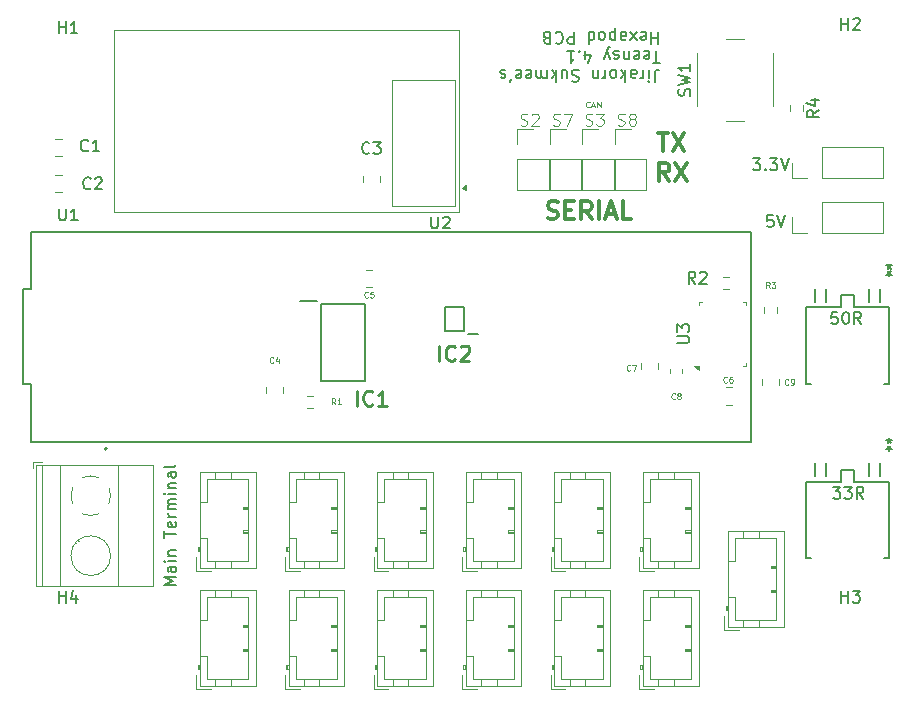
<source format=gbr>
%TF.GenerationSoftware,KiCad,Pcbnew,8.0.6*%
%TF.CreationDate,2024-12-25T20:40:02+07:00*%
%TF.ProjectId,Morphex-PCB,4d6f7270-6865-4782-9d50-43422e6b6963,rev?*%
%TF.SameCoordinates,Original*%
%TF.FileFunction,Legend,Top*%
%TF.FilePolarity,Positive*%
%FSLAX46Y46*%
G04 Gerber Fmt 4.6, Leading zero omitted, Abs format (unit mm)*
G04 Created by KiCad (PCBNEW 8.0.6) date 2024-12-25 20:40:02*
%MOMM*%
%LPD*%
G01*
G04 APERTURE LIST*
%ADD10C,0.150000*%
%ADD11C,0.125000*%
%ADD12C,0.300000*%
%ADD13C,0.254000*%
%ADD14C,0.152400*%
%ADD15C,0.200000*%
%ADD16C,0.127000*%
%ADD17C,0.120000*%
%ADD18C,0.100000*%
G04 APERTURE END LIST*
D10*
X172177506Y-78150068D02*
X172177506Y-77435783D01*
X172177506Y-77435783D02*
X172225125Y-77292926D01*
X172225125Y-77292926D02*
X172320363Y-77197688D01*
X172320363Y-77197688D02*
X172463220Y-77150068D01*
X172463220Y-77150068D02*
X172558458Y-77150068D01*
X171701315Y-77150068D02*
X171701315Y-77816735D01*
X171701315Y-78150068D02*
X171748934Y-78102449D01*
X171748934Y-78102449D02*
X171701315Y-78054830D01*
X171701315Y-78054830D02*
X171653696Y-78102449D01*
X171653696Y-78102449D02*
X171701315Y-78150068D01*
X171701315Y-78150068D02*
X171701315Y-78054830D01*
X171225125Y-77150068D02*
X171225125Y-77816735D01*
X171225125Y-77626259D02*
X171177506Y-77721497D01*
X171177506Y-77721497D02*
X171129887Y-77769116D01*
X171129887Y-77769116D02*
X171034649Y-77816735D01*
X171034649Y-77816735D02*
X170939411Y-77816735D01*
X170177506Y-77150068D02*
X170177506Y-77673878D01*
X170177506Y-77673878D02*
X170225125Y-77769116D01*
X170225125Y-77769116D02*
X170320363Y-77816735D01*
X170320363Y-77816735D02*
X170510839Y-77816735D01*
X170510839Y-77816735D02*
X170606077Y-77769116D01*
X170177506Y-77197688D02*
X170272744Y-77150068D01*
X170272744Y-77150068D02*
X170510839Y-77150068D01*
X170510839Y-77150068D02*
X170606077Y-77197688D01*
X170606077Y-77197688D02*
X170653696Y-77292926D01*
X170653696Y-77292926D02*
X170653696Y-77388164D01*
X170653696Y-77388164D02*
X170606077Y-77483402D01*
X170606077Y-77483402D02*
X170510839Y-77531021D01*
X170510839Y-77531021D02*
X170272744Y-77531021D01*
X170272744Y-77531021D02*
X170177506Y-77578640D01*
X169701315Y-77150068D02*
X169701315Y-78150068D01*
X169606077Y-77531021D02*
X169320363Y-77150068D01*
X169320363Y-77816735D02*
X169701315Y-77435783D01*
X168748934Y-77150068D02*
X168844172Y-77197688D01*
X168844172Y-77197688D02*
X168891791Y-77245307D01*
X168891791Y-77245307D02*
X168939410Y-77340545D01*
X168939410Y-77340545D02*
X168939410Y-77626259D01*
X168939410Y-77626259D02*
X168891791Y-77721497D01*
X168891791Y-77721497D02*
X168844172Y-77769116D01*
X168844172Y-77769116D02*
X168748934Y-77816735D01*
X168748934Y-77816735D02*
X168606077Y-77816735D01*
X168606077Y-77816735D02*
X168510839Y-77769116D01*
X168510839Y-77769116D02*
X168463220Y-77721497D01*
X168463220Y-77721497D02*
X168415601Y-77626259D01*
X168415601Y-77626259D02*
X168415601Y-77340545D01*
X168415601Y-77340545D02*
X168463220Y-77245307D01*
X168463220Y-77245307D02*
X168510839Y-77197688D01*
X168510839Y-77197688D02*
X168606077Y-77150068D01*
X168606077Y-77150068D02*
X168748934Y-77150068D01*
X167987029Y-77150068D02*
X167987029Y-77816735D01*
X167987029Y-77626259D02*
X167939410Y-77721497D01*
X167939410Y-77721497D02*
X167891791Y-77769116D01*
X167891791Y-77769116D02*
X167796553Y-77816735D01*
X167796553Y-77816735D02*
X167701315Y-77816735D01*
X167367981Y-77816735D02*
X167367981Y-77150068D01*
X167367981Y-77721497D02*
X167320362Y-77769116D01*
X167320362Y-77769116D02*
X167225124Y-77816735D01*
X167225124Y-77816735D02*
X167082267Y-77816735D01*
X167082267Y-77816735D02*
X166987029Y-77769116D01*
X166987029Y-77769116D02*
X166939410Y-77673878D01*
X166939410Y-77673878D02*
X166939410Y-77150068D01*
X165748933Y-77197688D02*
X165606076Y-77150068D01*
X165606076Y-77150068D02*
X165367981Y-77150068D01*
X165367981Y-77150068D02*
X165272743Y-77197688D01*
X165272743Y-77197688D02*
X165225124Y-77245307D01*
X165225124Y-77245307D02*
X165177505Y-77340545D01*
X165177505Y-77340545D02*
X165177505Y-77435783D01*
X165177505Y-77435783D02*
X165225124Y-77531021D01*
X165225124Y-77531021D02*
X165272743Y-77578640D01*
X165272743Y-77578640D02*
X165367981Y-77626259D01*
X165367981Y-77626259D02*
X165558457Y-77673878D01*
X165558457Y-77673878D02*
X165653695Y-77721497D01*
X165653695Y-77721497D02*
X165701314Y-77769116D01*
X165701314Y-77769116D02*
X165748933Y-77864354D01*
X165748933Y-77864354D02*
X165748933Y-77959592D01*
X165748933Y-77959592D02*
X165701314Y-78054830D01*
X165701314Y-78054830D02*
X165653695Y-78102449D01*
X165653695Y-78102449D02*
X165558457Y-78150068D01*
X165558457Y-78150068D02*
X165320362Y-78150068D01*
X165320362Y-78150068D02*
X165177505Y-78102449D01*
X164320362Y-77816735D02*
X164320362Y-77150068D01*
X164748933Y-77816735D02*
X164748933Y-77292926D01*
X164748933Y-77292926D02*
X164701314Y-77197688D01*
X164701314Y-77197688D02*
X164606076Y-77150068D01*
X164606076Y-77150068D02*
X164463219Y-77150068D01*
X164463219Y-77150068D02*
X164367981Y-77197688D01*
X164367981Y-77197688D02*
X164320362Y-77245307D01*
X163844171Y-77150068D02*
X163844171Y-78150068D01*
X163748933Y-77531021D02*
X163463219Y-77150068D01*
X163463219Y-77816735D02*
X163844171Y-77435783D01*
X163034647Y-77150068D02*
X163034647Y-77816735D01*
X163034647Y-77721497D02*
X162987028Y-77769116D01*
X162987028Y-77769116D02*
X162891790Y-77816735D01*
X162891790Y-77816735D02*
X162748933Y-77816735D01*
X162748933Y-77816735D02*
X162653695Y-77769116D01*
X162653695Y-77769116D02*
X162606076Y-77673878D01*
X162606076Y-77673878D02*
X162606076Y-77150068D01*
X162606076Y-77673878D02*
X162558457Y-77769116D01*
X162558457Y-77769116D02*
X162463219Y-77816735D01*
X162463219Y-77816735D02*
X162320362Y-77816735D01*
X162320362Y-77816735D02*
X162225123Y-77769116D01*
X162225123Y-77769116D02*
X162177504Y-77673878D01*
X162177504Y-77673878D02*
X162177504Y-77150068D01*
X161320362Y-77197688D02*
X161415600Y-77150068D01*
X161415600Y-77150068D02*
X161606076Y-77150068D01*
X161606076Y-77150068D02*
X161701314Y-77197688D01*
X161701314Y-77197688D02*
X161748933Y-77292926D01*
X161748933Y-77292926D02*
X161748933Y-77673878D01*
X161748933Y-77673878D02*
X161701314Y-77769116D01*
X161701314Y-77769116D02*
X161606076Y-77816735D01*
X161606076Y-77816735D02*
X161415600Y-77816735D01*
X161415600Y-77816735D02*
X161320362Y-77769116D01*
X161320362Y-77769116D02*
X161272743Y-77673878D01*
X161272743Y-77673878D02*
X161272743Y-77578640D01*
X161272743Y-77578640D02*
X161748933Y-77483402D01*
X160463219Y-77197688D02*
X160558457Y-77150068D01*
X160558457Y-77150068D02*
X160748933Y-77150068D01*
X160748933Y-77150068D02*
X160844171Y-77197688D01*
X160844171Y-77197688D02*
X160891790Y-77292926D01*
X160891790Y-77292926D02*
X160891790Y-77673878D01*
X160891790Y-77673878D02*
X160844171Y-77769116D01*
X160844171Y-77769116D02*
X160748933Y-77816735D01*
X160748933Y-77816735D02*
X160558457Y-77816735D01*
X160558457Y-77816735D02*
X160463219Y-77769116D01*
X160463219Y-77769116D02*
X160415600Y-77673878D01*
X160415600Y-77673878D02*
X160415600Y-77578640D01*
X160415600Y-77578640D02*
X160891790Y-77483402D01*
X159939409Y-78150068D02*
X160034647Y-77959592D01*
X159558457Y-77197688D02*
X159463219Y-77150068D01*
X159463219Y-77150068D02*
X159272743Y-77150068D01*
X159272743Y-77150068D02*
X159177505Y-77197688D01*
X159177505Y-77197688D02*
X159129886Y-77292926D01*
X159129886Y-77292926D02*
X159129886Y-77340545D01*
X159129886Y-77340545D02*
X159177505Y-77435783D01*
X159177505Y-77435783D02*
X159272743Y-77483402D01*
X159272743Y-77483402D02*
X159415600Y-77483402D01*
X159415600Y-77483402D02*
X159510838Y-77531021D01*
X159510838Y-77531021D02*
X159558457Y-77626259D01*
X159558457Y-77626259D02*
X159558457Y-77673878D01*
X159558457Y-77673878D02*
X159510838Y-77769116D01*
X159510838Y-77769116D02*
X159415600Y-77816735D01*
X159415600Y-77816735D02*
X159272743Y-77816735D01*
X159272743Y-77816735D02*
X159177505Y-77769116D01*
X172606077Y-76540124D02*
X172034649Y-76540124D01*
X172320363Y-75540124D02*
X172320363Y-76540124D01*
X171320363Y-75587744D02*
X171415601Y-75540124D01*
X171415601Y-75540124D02*
X171606077Y-75540124D01*
X171606077Y-75540124D02*
X171701315Y-75587744D01*
X171701315Y-75587744D02*
X171748934Y-75682982D01*
X171748934Y-75682982D02*
X171748934Y-76063934D01*
X171748934Y-76063934D02*
X171701315Y-76159172D01*
X171701315Y-76159172D02*
X171606077Y-76206791D01*
X171606077Y-76206791D02*
X171415601Y-76206791D01*
X171415601Y-76206791D02*
X171320363Y-76159172D01*
X171320363Y-76159172D02*
X171272744Y-76063934D01*
X171272744Y-76063934D02*
X171272744Y-75968696D01*
X171272744Y-75968696D02*
X171748934Y-75873458D01*
X170463220Y-75587744D02*
X170558458Y-75540124D01*
X170558458Y-75540124D02*
X170748934Y-75540124D01*
X170748934Y-75540124D02*
X170844172Y-75587744D01*
X170844172Y-75587744D02*
X170891791Y-75682982D01*
X170891791Y-75682982D02*
X170891791Y-76063934D01*
X170891791Y-76063934D02*
X170844172Y-76159172D01*
X170844172Y-76159172D02*
X170748934Y-76206791D01*
X170748934Y-76206791D02*
X170558458Y-76206791D01*
X170558458Y-76206791D02*
X170463220Y-76159172D01*
X170463220Y-76159172D02*
X170415601Y-76063934D01*
X170415601Y-76063934D02*
X170415601Y-75968696D01*
X170415601Y-75968696D02*
X170891791Y-75873458D01*
X169987029Y-76206791D02*
X169987029Y-75540124D01*
X169987029Y-76111553D02*
X169939410Y-76159172D01*
X169939410Y-76159172D02*
X169844172Y-76206791D01*
X169844172Y-76206791D02*
X169701315Y-76206791D01*
X169701315Y-76206791D02*
X169606077Y-76159172D01*
X169606077Y-76159172D02*
X169558458Y-76063934D01*
X169558458Y-76063934D02*
X169558458Y-75540124D01*
X169129886Y-75587744D02*
X169034648Y-75540124D01*
X169034648Y-75540124D02*
X168844172Y-75540124D01*
X168844172Y-75540124D02*
X168748934Y-75587744D01*
X168748934Y-75587744D02*
X168701315Y-75682982D01*
X168701315Y-75682982D02*
X168701315Y-75730601D01*
X168701315Y-75730601D02*
X168748934Y-75825839D01*
X168748934Y-75825839D02*
X168844172Y-75873458D01*
X168844172Y-75873458D02*
X168987029Y-75873458D01*
X168987029Y-75873458D02*
X169082267Y-75921077D01*
X169082267Y-75921077D02*
X169129886Y-76016315D01*
X169129886Y-76016315D02*
X169129886Y-76063934D01*
X169129886Y-76063934D02*
X169082267Y-76159172D01*
X169082267Y-76159172D02*
X168987029Y-76206791D01*
X168987029Y-76206791D02*
X168844172Y-76206791D01*
X168844172Y-76206791D02*
X168748934Y-76159172D01*
X168367981Y-76206791D02*
X168129886Y-75540124D01*
X167891791Y-76206791D02*
X168129886Y-75540124D01*
X168129886Y-75540124D02*
X168225124Y-75302029D01*
X168225124Y-75302029D02*
X168272743Y-75254410D01*
X168272743Y-75254410D02*
X168367981Y-75206791D01*
X166320362Y-76206791D02*
X166320362Y-75540124D01*
X166558457Y-76587744D02*
X166796552Y-75873458D01*
X166796552Y-75873458D02*
X166177505Y-75873458D01*
X165796552Y-75635363D02*
X165748933Y-75587744D01*
X165748933Y-75587744D02*
X165796552Y-75540124D01*
X165796552Y-75540124D02*
X165844171Y-75587744D01*
X165844171Y-75587744D02*
X165796552Y-75635363D01*
X165796552Y-75635363D02*
X165796552Y-75540124D01*
X164796553Y-75540124D02*
X165367981Y-75540124D01*
X165082267Y-75540124D02*
X165082267Y-76540124D01*
X165082267Y-76540124D02*
X165177505Y-76397267D01*
X165177505Y-76397267D02*
X165272743Y-76302029D01*
X165272743Y-76302029D02*
X165367981Y-76254410D01*
X172463220Y-73930180D02*
X172463220Y-74930180D01*
X172463220Y-74453990D02*
X171891792Y-74453990D01*
X171891792Y-73930180D02*
X171891792Y-74930180D01*
X171034649Y-73977800D02*
X171129887Y-73930180D01*
X171129887Y-73930180D02*
X171320363Y-73930180D01*
X171320363Y-73930180D02*
X171415601Y-73977800D01*
X171415601Y-73977800D02*
X171463220Y-74073038D01*
X171463220Y-74073038D02*
X171463220Y-74453990D01*
X171463220Y-74453990D02*
X171415601Y-74549228D01*
X171415601Y-74549228D02*
X171320363Y-74596847D01*
X171320363Y-74596847D02*
X171129887Y-74596847D01*
X171129887Y-74596847D02*
X171034649Y-74549228D01*
X171034649Y-74549228D02*
X170987030Y-74453990D01*
X170987030Y-74453990D02*
X170987030Y-74358752D01*
X170987030Y-74358752D02*
X171463220Y-74263514D01*
X170653696Y-73930180D02*
X170129887Y-74596847D01*
X170653696Y-74596847D02*
X170129887Y-73930180D01*
X169320363Y-73930180D02*
X169320363Y-74453990D01*
X169320363Y-74453990D02*
X169367982Y-74549228D01*
X169367982Y-74549228D02*
X169463220Y-74596847D01*
X169463220Y-74596847D02*
X169653696Y-74596847D01*
X169653696Y-74596847D02*
X169748934Y-74549228D01*
X169320363Y-73977800D02*
X169415601Y-73930180D01*
X169415601Y-73930180D02*
X169653696Y-73930180D01*
X169653696Y-73930180D02*
X169748934Y-73977800D01*
X169748934Y-73977800D02*
X169796553Y-74073038D01*
X169796553Y-74073038D02*
X169796553Y-74168276D01*
X169796553Y-74168276D02*
X169748934Y-74263514D01*
X169748934Y-74263514D02*
X169653696Y-74311133D01*
X169653696Y-74311133D02*
X169415601Y-74311133D01*
X169415601Y-74311133D02*
X169320363Y-74358752D01*
X168844172Y-74596847D02*
X168844172Y-73596847D01*
X168844172Y-74549228D02*
X168748934Y-74596847D01*
X168748934Y-74596847D02*
X168558458Y-74596847D01*
X168558458Y-74596847D02*
X168463220Y-74549228D01*
X168463220Y-74549228D02*
X168415601Y-74501609D01*
X168415601Y-74501609D02*
X168367982Y-74406371D01*
X168367982Y-74406371D02*
X168367982Y-74120657D01*
X168367982Y-74120657D02*
X168415601Y-74025419D01*
X168415601Y-74025419D02*
X168463220Y-73977800D01*
X168463220Y-73977800D02*
X168558458Y-73930180D01*
X168558458Y-73930180D02*
X168748934Y-73930180D01*
X168748934Y-73930180D02*
X168844172Y-73977800D01*
X167796553Y-73930180D02*
X167891791Y-73977800D01*
X167891791Y-73977800D02*
X167939410Y-74025419D01*
X167939410Y-74025419D02*
X167987029Y-74120657D01*
X167987029Y-74120657D02*
X167987029Y-74406371D01*
X167987029Y-74406371D02*
X167939410Y-74501609D01*
X167939410Y-74501609D02*
X167891791Y-74549228D01*
X167891791Y-74549228D02*
X167796553Y-74596847D01*
X167796553Y-74596847D02*
X167653696Y-74596847D01*
X167653696Y-74596847D02*
X167558458Y-74549228D01*
X167558458Y-74549228D02*
X167510839Y-74501609D01*
X167510839Y-74501609D02*
X167463220Y-74406371D01*
X167463220Y-74406371D02*
X167463220Y-74120657D01*
X167463220Y-74120657D02*
X167510839Y-74025419D01*
X167510839Y-74025419D02*
X167558458Y-73977800D01*
X167558458Y-73977800D02*
X167653696Y-73930180D01*
X167653696Y-73930180D02*
X167796553Y-73930180D01*
X166606077Y-73930180D02*
X166606077Y-74930180D01*
X166606077Y-73977800D02*
X166701315Y-73930180D01*
X166701315Y-73930180D02*
X166891791Y-73930180D01*
X166891791Y-73930180D02*
X166987029Y-73977800D01*
X166987029Y-73977800D02*
X167034648Y-74025419D01*
X167034648Y-74025419D02*
X167082267Y-74120657D01*
X167082267Y-74120657D02*
X167082267Y-74406371D01*
X167082267Y-74406371D02*
X167034648Y-74501609D01*
X167034648Y-74501609D02*
X166987029Y-74549228D01*
X166987029Y-74549228D02*
X166891791Y-74596847D01*
X166891791Y-74596847D02*
X166701315Y-74596847D01*
X166701315Y-74596847D02*
X166606077Y-74549228D01*
X165367981Y-73930180D02*
X165367981Y-74930180D01*
X165367981Y-74930180D02*
X164987029Y-74930180D01*
X164987029Y-74930180D02*
X164891791Y-74882561D01*
X164891791Y-74882561D02*
X164844172Y-74834942D01*
X164844172Y-74834942D02*
X164796553Y-74739704D01*
X164796553Y-74739704D02*
X164796553Y-74596847D01*
X164796553Y-74596847D02*
X164844172Y-74501609D01*
X164844172Y-74501609D02*
X164891791Y-74453990D01*
X164891791Y-74453990D02*
X164987029Y-74406371D01*
X164987029Y-74406371D02*
X165367981Y-74406371D01*
X163796553Y-74025419D02*
X163844172Y-73977800D01*
X163844172Y-73977800D02*
X163987029Y-73930180D01*
X163987029Y-73930180D02*
X164082267Y-73930180D01*
X164082267Y-73930180D02*
X164225124Y-73977800D01*
X164225124Y-73977800D02*
X164320362Y-74073038D01*
X164320362Y-74073038D02*
X164367981Y-74168276D01*
X164367981Y-74168276D02*
X164415600Y-74358752D01*
X164415600Y-74358752D02*
X164415600Y-74501609D01*
X164415600Y-74501609D02*
X164367981Y-74692085D01*
X164367981Y-74692085D02*
X164320362Y-74787323D01*
X164320362Y-74787323D02*
X164225124Y-74882561D01*
X164225124Y-74882561D02*
X164082267Y-74930180D01*
X164082267Y-74930180D02*
X163987029Y-74930180D01*
X163987029Y-74930180D02*
X163844172Y-74882561D01*
X163844172Y-74882561D02*
X163796553Y-74834942D01*
X163034648Y-74453990D02*
X162891791Y-74406371D01*
X162891791Y-74406371D02*
X162844172Y-74358752D01*
X162844172Y-74358752D02*
X162796553Y-74263514D01*
X162796553Y-74263514D02*
X162796553Y-74120657D01*
X162796553Y-74120657D02*
X162844172Y-74025419D01*
X162844172Y-74025419D02*
X162891791Y-73977800D01*
X162891791Y-73977800D02*
X162987029Y-73930180D01*
X162987029Y-73930180D02*
X163367981Y-73930180D01*
X163367981Y-73930180D02*
X163367981Y-74930180D01*
X163367981Y-74930180D02*
X163034648Y-74930180D01*
X163034648Y-74930180D02*
X162939410Y-74882561D01*
X162939410Y-74882561D02*
X162891791Y-74834942D01*
X162891791Y-74834942D02*
X162844172Y-74739704D01*
X162844172Y-74739704D02*
X162844172Y-74644466D01*
X162844172Y-74644466D02*
X162891791Y-74549228D01*
X162891791Y-74549228D02*
X162939410Y-74501609D01*
X162939410Y-74501609D02*
X163034648Y-74453990D01*
X163034648Y-74453990D02*
X163367981Y-74453990D01*
D11*
X169072712Y-81823500D02*
X169215569Y-81871119D01*
X169215569Y-81871119D02*
X169453664Y-81871119D01*
X169453664Y-81871119D02*
X169548902Y-81823500D01*
X169548902Y-81823500D02*
X169596521Y-81775880D01*
X169596521Y-81775880D02*
X169644140Y-81680642D01*
X169644140Y-81680642D02*
X169644140Y-81585404D01*
X169644140Y-81585404D02*
X169596521Y-81490166D01*
X169596521Y-81490166D02*
X169548902Y-81442547D01*
X169548902Y-81442547D02*
X169453664Y-81394928D01*
X169453664Y-81394928D02*
X169263188Y-81347309D01*
X169263188Y-81347309D02*
X169167950Y-81299690D01*
X169167950Y-81299690D02*
X169120331Y-81252071D01*
X169120331Y-81252071D02*
X169072712Y-81156833D01*
X169072712Y-81156833D02*
X169072712Y-81061595D01*
X169072712Y-81061595D02*
X169120331Y-80966357D01*
X169120331Y-80966357D02*
X169167950Y-80918738D01*
X169167950Y-80918738D02*
X169263188Y-80871119D01*
X169263188Y-80871119D02*
X169501283Y-80871119D01*
X169501283Y-80871119D02*
X169644140Y-80918738D01*
X170215569Y-81299690D02*
X170120331Y-81252071D01*
X170120331Y-81252071D02*
X170072712Y-81204452D01*
X170072712Y-81204452D02*
X170025093Y-81109214D01*
X170025093Y-81109214D02*
X170025093Y-81061595D01*
X170025093Y-81061595D02*
X170072712Y-80966357D01*
X170072712Y-80966357D02*
X170120331Y-80918738D01*
X170120331Y-80918738D02*
X170215569Y-80871119D01*
X170215569Y-80871119D02*
X170406045Y-80871119D01*
X170406045Y-80871119D02*
X170501283Y-80918738D01*
X170501283Y-80918738D02*
X170548902Y-80966357D01*
X170548902Y-80966357D02*
X170596521Y-81061595D01*
X170596521Y-81061595D02*
X170596521Y-81109214D01*
X170596521Y-81109214D02*
X170548902Y-81204452D01*
X170548902Y-81204452D02*
X170501283Y-81252071D01*
X170501283Y-81252071D02*
X170406045Y-81299690D01*
X170406045Y-81299690D02*
X170215569Y-81299690D01*
X170215569Y-81299690D02*
X170120331Y-81347309D01*
X170120331Y-81347309D02*
X170072712Y-81394928D01*
X170072712Y-81394928D02*
X170025093Y-81490166D01*
X170025093Y-81490166D02*
X170025093Y-81680642D01*
X170025093Y-81680642D02*
X170072712Y-81775880D01*
X170072712Y-81775880D02*
X170120331Y-81823500D01*
X170120331Y-81823500D02*
X170215569Y-81871119D01*
X170215569Y-81871119D02*
X170406045Y-81871119D01*
X170406045Y-81871119D02*
X170501283Y-81823500D01*
X170501283Y-81823500D02*
X170548902Y-81775880D01*
X170548902Y-81775880D02*
X170596521Y-81680642D01*
X170596521Y-81680642D02*
X170596521Y-81490166D01*
X170596521Y-81490166D02*
X170548902Y-81394928D01*
X170548902Y-81394928D02*
X170501283Y-81347309D01*
X170501283Y-81347309D02*
X170406045Y-81299690D01*
X166686997Y-80284690D02*
X166663188Y-80308500D01*
X166663188Y-80308500D02*
X166591759Y-80332309D01*
X166591759Y-80332309D02*
X166544140Y-80332309D01*
X166544140Y-80332309D02*
X166472712Y-80308500D01*
X166472712Y-80308500D02*
X166425093Y-80260880D01*
X166425093Y-80260880D02*
X166401283Y-80213261D01*
X166401283Y-80213261D02*
X166377474Y-80118023D01*
X166377474Y-80118023D02*
X166377474Y-80046595D01*
X166377474Y-80046595D02*
X166401283Y-79951357D01*
X166401283Y-79951357D02*
X166425093Y-79903738D01*
X166425093Y-79903738D02*
X166472712Y-79856119D01*
X166472712Y-79856119D02*
X166544140Y-79832309D01*
X166544140Y-79832309D02*
X166591759Y-79832309D01*
X166591759Y-79832309D02*
X166663188Y-79856119D01*
X166663188Y-79856119D02*
X166686997Y-79879928D01*
X166877474Y-80189452D02*
X167115569Y-80189452D01*
X166829855Y-80332309D02*
X166996521Y-79832309D01*
X166996521Y-79832309D02*
X167163188Y-80332309D01*
X167329854Y-80332309D02*
X167329854Y-79832309D01*
X167329854Y-79832309D02*
X167615568Y-80332309D01*
X167615568Y-80332309D02*
X167615568Y-79832309D01*
X163592712Y-81823500D02*
X163735569Y-81871119D01*
X163735569Y-81871119D02*
X163973664Y-81871119D01*
X163973664Y-81871119D02*
X164068902Y-81823500D01*
X164068902Y-81823500D02*
X164116521Y-81775880D01*
X164116521Y-81775880D02*
X164164140Y-81680642D01*
X164164140Y-81680642D02*
X164164140Y-81585404D01*
X164164140Y-81585404D02*
X164116521Y-81490166D01*
X164116521Y-81490166D02*
X164068902Y-81442547D01*
X164068902Y-81442547D02*
X163973664Y-81394928D01*
X163973664Y-81394928D02*
X163783188Y-81347309D01*
X163783188Y-81347309D02*
X163687950Y-81299690D01*
X163687950Y-81299690D02*
X163640331Y-81252071D01*
X163640331Y-81252071D02*
X163592712Y-81156833D01*
X163592712Y-81156833D02*
X163592712Y-81061595D01*
X163592712Y-81061595D02*
X163640331Y-80966357D01*
X163640331Y-80966357D02*
X163687950Y-80918738D01*
X163687950Y-80918738D02*
X163783188Y-80871119D01*
X163783188Y-80871119D02*
X164021283Y-80871119D01*
X164021283Y-80871119D02*
X164164140Y-80918738D01*
X164497474Y-80871119D02*
X165164140Y-80871119D01*
X165164140Y-80871119D02*
X164735569Y-81871119D01*
D12*
X163133082Y-89714400D02*
X163347368Y-89785828D01*
X163347368Y-89785828D02*
X163704510Y-89785828D01*
X163704510Y-89785828D02*
X163847368Y-89714400D01*
X163847368Y-89714400D02*
X163918796Y-89642971D01*
X163918796Y-89642971D02*
X163990225Y-89500114D01*
X163990225Y-89500114D02*
X163990225Y-89357257D01*
X163990225Y-89357257D02*
X163918796Y-89214400D01*
X163918796Y-89214400D02*
X163847368Y-89142971D01*
X163847368Y-89142971D02*
X163704510Y-89071542D01*
X163704510Y-89071542D02*
X163418796Y-89000114D01*
X163418796Y-89000114D02*
X163275939Y-88928685D01*
X163275939Y-88928685D02*
X163204510Y-88857257D01*
X163204510Y-88857257D02*
X163133082Y-88714400D01*
X163133082Y-88714400D02*
X163133082Y-88571542D01*
X163133082Y-88571542D02*
X163204510Y-88428685D01*
X163204510Y-88428685D02*
X163275939Y-88357257D01*
X163275939Y-88357257D02*
X163418796Y-88285828D01*
X163418796Y-88285828D02*
X163775939Y-88285828D01*
X163775939Y-88285828D02*
X163990225Y-88357257D01*
X164633081Y-89000114D02*
X165133081Y-89000114D01*
X165347367Y-89785828D02*
X164633081Y-89785828D01*
X164633081Y-89785828D02*
X164633081Y-88285828D01*
X164633081Y-88285828D02*
X165347367Y-88285828D01*
X166847367Y-89785828D02*
X166347367Y-89071542D01*
X165990224Y-89785828D02*
X165990224Y-88285828D01*
X165990224Y-88285828D02*
X166561653Y-88285828D01*
X166561653Y-88285828D02*
X166704510Y-88357257D01*
X166704510Y-88357257D02*
X166775939Y-88428685D01*
X166775939Y-88428685D02*
X166847367Y-88571542D01*
X166847367Y-88571542D02*
X166847367Y-88785828D01*
X166847367Y-88785828D02*
X166775939Y-88928685D01*
X166775939Y-88928685D02*
X166704510Y-89000114D01*
X166704510Y-89000114D02*
X166561653Y-89071542D01*
X166561653Y-89071542D02*
X165990224Y-89071542D01*
X167490224Y-89785828D02*
X167490224Y-88285828D01*
X168133082Y-89357257D02*
X168847368Y-89357257D01*
X167990225Y-89785828D02*
X168490225Y-88285828D01*
X168490225Y-88285828D02*
X168990225Y-89785828D01*
X170204510Y-89785828D02*
X169490224Y-89785828D01*
X169490224Y-89785828D02*
X169490224Y-88285828D01*
X172490225Y-82535828D02*
X173347368Y-82535828D01*
X172918796Y-84035828D02*
X172918796Y-82535828D01*
X173704510Y-82535828D02*
X174704510Y-84035828D01*
X174704510Y-82535828D02*
X173704510Y-84035828D01*
X173435939Y-86535828D02*
X172935939Y-85821542D01*
X172578796Y-86535828D02*
X172578796Y-85035828D01*
X172578796Y-85035828D02*
X173150225Y-85035828D01*
X173150225Y-85035828D02*
X173293082Y-85107257D01*
X173293082Y-85107257D02*
X173364511Y-85178685D01*
X173364511Y-85178685D02*
X173435939Y-85321542D01*
X173435939Y-85321542D02*
X173435939Y-85535828D01*
X173435939Y-85535828D02*
X173364511Y-85678685D01*
X173364511Y-85678685D02*
X173293082Y-85750114D01*
X173293082Y-85750114D02*
X173150225Y-85821542D01*
X173150225Y-85821542D02*
X172578796Y-85821542D01*
X173935939Y-85035828D02*
X174935939Y-86535828D01*
X174935939Y-85035828D02*
X173935939Y-86535828D01*
D11*
X160842712Y-81823500D02*
X160985569Y-81871119D01*
X160985569Y-81871119D02*
X161223664Y-81871119D01*
X161223664Y-81871119D02*
X161318902Y-81823500D01*
X161318902Y-81823500D02*
X161366521Y-81775880D01*
X161366521Y-81775880D02*
X161414140Y-81680642D01*
X161414140Y-81680642D02*
X161414140Y-81585404D01*
X161414140Y-81585404D02*
X161366521Y-81490166D01*
X161366521Y-81490166D02*
X161318902Y-81442547D01*
X161318902Y-81442547D02*
X161223664Y-81394928D01*
X161223664Y-81394928D02*
X161033188Y-81347309D01*
X161033188Y-81347309D02*
X160937950Y-81299690D01*
X160937950Y-81299690D02*
X160890331Y-81252071D01*
X160890331Y-81252071D02*
X160842712Y-81156833D01*
X160842712Y-81156833D02*
X160842712Y-81061595D01*
X160842712Y-81061595D02*
X160890331Y-80966357D01*
X160890331Y-80966357D02*
X160937950Y-80918738D01*
X160937950Y-80918738D02*
X161033188Y-80871119D01*
X161033188Y-80871119D02*
X161271283Y-80871119D01*
X161271283Y-80871119D02*
X161414140Y-80918738D01*
X161795093Y-80966357D02*
X161842712Y-80918738D01*
X161842712Y-80918738D02*
X161937950Y-80871119D01*
X161937950Y-80871119D02*
X162176045Y-80871119D01*
X162176045Y-80871119D02*
X162271283Y-80918738D01*
X162271283Y-80918738D02*
X162318902Y-80966357D01*
X162318902Y-80966357D02*
X162366521Y-81061595D01*
X162366521Y-81061595D02*
X162366521Y-81156833D01*
X162366521Y-81156833D02*
X162318902Y-81299690D01*
X162318902Y-81299690D02*
X161747474Y-81871119D01*
X161747474Y-81871119D02*
X162366521Y-81871119D01*
X166342712Y-81823500D02*
X166485569Y-81871119D01*
X166485569Y-81871119D02*
X166723664Y-81871119D01*
X166723664Y-81871119D02*
X166818902Y-81823500D01*
X166818902Y-81823500D02*
X166866521Y-81775880D01*
X166866521Y-81775880D02*
X166914140Y-81680642D01*
X166914140Y-81680642D02*
X166914140Y-81585404D01*
X166914140Y-81585404D02*
X166866521Y-81490166D01*
X166866521Y-81490166D02*
X166818902Y-81442547D01*
X166818902Y-81442547D02*
X166723664Y-81394928D01*
X166723664Y-81394928D02*
X166533188Y-81347309D01*
X166533188Y-81347309D02*
X166437950Y-81299690D01*
X166437950Y-81299690D02*
X166390331Y-81252071D01*
X166390331Y-81252071D02*
X166342712Y-81156833D01*
X166342712Y-81156833D02*
X166342712Y-81061595D01*
X166342712Y-81061595D02*
X166390331Y-80966357D01*
X166390331Y-80966357D02*
X166437950Y-80918738D01*
X166437950Y-80918738D02*
X166533188Y-80871119D01*
X166533188Y-80871119D02*
X166771283Y-80871119D01*
X166771283Y-80871119D02*
X166914140Y-80918738D01*
X167247474Y-80871119D02*
X167866521Y-80871119D01*
X167866521Y-80871119D02*
X167533188Y-81252071D01*
X167533188Y-81252071D02*
X167676045Y-81252071D01*
X167676045Y-81252071D02*
X167771283Y-81299690D01*
X167771283Y-81299690D02*
X167818902Y-81347309D01*
X167818902Y-81347309D02*
X167866521Y-81442547D01*
X167866521Y-81442547D02*
X167866521Y-81680642D01*
X167866521Y-81680642D02*
X167818902Y-81775880D01*
X167818902Y-81775880D02*
X167771283Y-81823500D01*
X167771283Y-81823500D02*
X167676045Y-81871119D01*
X167676045Y-81871119D02*
X167390331Y-81871119D01*
X167390331Y-81871119D02*
X167295093Y-81823500D01*
X167295093Y-81823500D02*
X167247474Y-81775880D01*
D10*
X187661904Y-97654819D02*
X187185714Y-97654819D01*
X187185714Y-97654819D02*
X187138095Y-98131009D01*
X187138095Y-98131009D02*
X187185714Y-98083390D01*
X187185714Y-98083390D02*
X187280952Y-98035771D01*
X187280952Y-98035771D02*
X187519047Y-98035771D01*
X187519047Y-98035771D02*
X187614285Y-98083390D01*
X187614285Y-98083390D02*
X187661904Y-98131009D01*
X187661904Y-98131009D02*
X187709523Y-98226247D01*
X187709523Y-98226247D02*
X187709523Y-98464342D01*
X187709523Y-98464342D02*
X187661904Y-98559580D01*
X187661904Y-98559580D02*
X187614285Y-98607200D01*
X187614285Y-98607200D02*
X187519047Y-98654819D01*
X187519047Y-98654819D02*
X187280952Y-98654819D01*
X187280952Y-98654819D02*
X187185714Y-98607200D01*
X187185714Y-98607200D02*
X187138095Y-98559580D01*
X188328571Y-97654819D02*
X188423809Y-97654819D01*
X188423809Y-97654819D02*
X188519047Y-97702438D01*
X188519047Y-97702438D02*
X188566666Y-97750057D01*
X188566666Y-97750057D02*
X188614285Y-97845295D01*
X188614285Y-97845295D02*
X188661904Y-98035771D01*
X188661904Y-98035771D02*
X188661904Y-98273866D01*
X188661904Y-98273866D02*
X188614285Y-98464342D01*
X188614285Y-98464342D02*
X188566666Y-98559580D01*
X188566666Y-98559580D02*
X188519047Y-98607200D01*
X188519047Y-98607200D02*
X188423809Y-98654819D01*
X188423809Y-98654819D02*
X188328571Y-98654819D01*
X188328571Y-98654819D02*
X188233333Y-98607200D01*
X188233333Y-98607200D02*
X188185714Y-98559580D01*
X188185714Y-98559580D02*
X188138095Y-98464342D01*
X188138095Y-98464342D02*
X188090476Y-98273866D01*
X188090476Y-98273866D02*
X188090476Y-98035771D01*
X188090476Y-98035771D02*
X188138095Y-97845295D01*
X188138095Y-97845295D02*
X188185714Y-97750057D01*
X188185714Y-97750057D02*
X188233333Y-97702438D01*
X188233333Y-97702438D02*
X188328571Y-97654819D01*
X189661904Y-98654819D02*
X189328571Y-98178628D01*
X189090476Y-98654819D02*
X189090476Y-97654819D01*
X189090476Y-97654819D02*
X189471428Y-97654819D01*
X189471428Y-97654819D02*
X189566666Y-97702438D01*
X189566666Y-97702438D02*
X189614285Y-97750057D01*
X189614285Y-97750057D02*
X189661904Y-97845295D01*
X189661904Y-97845295D02*
X189661904Y-97988152D01*
X189661904Y-97988152D02*
X189614285Y-98083390D01*
X189614285Y-98083390D02*
X189566666Y-98131009D01*
X189566666Y-98131009D02*
X189471428Y-98178628D01*
X189471428Y-98178628D02*
X189090476Y-98178628D01*
X192055999Y-94641780D02*
X192055999Y-94403685D01*
X192294094Y-94498923D02*
X192055999Y-94403685D01*
X192055999Y-94403685D02*
X191817904Y-94498923D01*
X192198856Y-94213209D02*
X192055999Y-94403685D01*
X192055999Y-94403685D02*
X191913142Y-94213209D01*
X192056000Y-93551419D02*
X192056000Y-93789514D01*
X191817905Y-93694276D02*
X192056000Y-93789514D01*
X192056000Y-93789514D02*
X192294095Y-93694276D01*
X191913143Y-93979990D02*
X192056000Y-93789514D01*
X192056000Y-93789514D02*
X192198857Y-93979990D01*
X121783095Y-88892319D02*
X121783095Y-89701842D01*
X121783095Y-89701842D02*
X121830714Y-89797080D01*
X121830714Y-89797080D02*
X121878333Y-89844700D01*
X121878333Y-89844700D02*
X121973571Y-89892319D01*
X121973571Y-89892319D02*
X122164047Y-89892319D01*
X122164047Y-89892319D02*
X122259285Y-89844700D01*
X122259285Y-89844700D02*
X122306904Y-89797080D01*
X122306904Y-89797080D02*
X122354523Y-89701842D01*
X122354523Y-89701842D02*
X122354523Y-88892319D01*
X123354523Y-89892319D02*
X122783095Y-89892319D01*
X123068809Y-89892319D02*
X123068809Y-88892319D01*
X123068809Y-88892319D02*
X122973571Y-89035176D01*
X122973571Y-89035176D02*
X122878333Y-89130414D01*
X122878333Y-89130414D02*
X122783095Y-89178033D01*
D11*
X178316666Y-103577190D02*
X178292857Y-103601000D01*
X178292857Y-103601000D02*
X178221428Y-103624809D01*
X178221428Y-103624809D02*
X178173809Y-103624809D01*
X178173809Y-103624809D02*
X178102381Y-103601000D01*
X178102381Y-103601000D02*
X178054762Y-103553380D01*
X178054762Y-103553380D02*
X178030952Y-103505761D01*
X178030952Y-103505761D02*
X178007143Y-103410523D01*
X178007143Y-103410523D02*
X178007143Y-103339095D01*
X178007143Y-103339095D02*
X178030952Y-103243857D01*
X178030952Y-103243857D02*
X178054762Y-103196238D01*
X178054762Y-103196238D02*
X178102381Y-103148619D01*
X178102381Y-103148619D02*
X178173809Y-103124809D01*
X178173809Y-103124809D02*
X178221428Y-103124809D01*
X178221428Y-103124809D02*
X178292857Y-103148619D01*
X178292857Y-103148619D02*
X178316666Y-103172428D01*
X178745238Y-103124809D02*
X178650000Y-103124809D01*
X178650000Y-103124809D02*
X178602381Y-103148619D01*
X178602381Y-103148619D02*
X178578571Y-103172428D01*
X178578571Y-103172428D02*
X178530952Y-103243857D01*
X178530952Y-103243857D02*
X178507143Y-103339095D01*
X178507143Y-103339095D02*
X178507143Y-103529571D01*
X178507143Y-103529571D02*
X178530952Y-103577190D01*
X178530952Y-103577190D02*
X178554762Y-103601000D01*
X178554762Y-103601000D02*
X178602381Y-103624809D01*
X178602381Y-103624809D02*
X178697619Y-103624809D01*
X178697619Y-103624809D02*
X178745238Y-103601000D01*
X178745238Y-103601000D02*
X178769047Y-103577190D01*
X178769047Y-103577190D02*
X178792857Y-103529571D01*
X178792857Y-103529571D02*
X178792857Y-103410523D01*
X178792857Y-103410523D02*
X178769047Y-103362904D01*
X178769047Y-103362904D02*
X178745238Y-103339095D01*
X178745238Y-103339095D02*
X178697619Y-103315285D01*
X178697619Y-103315285D02*
X178602381Y-103315285D01*
X178602381Y-103315285D02*
X178554762Y-103339095D01*
X178554762Y-103339095D02*
X178530952Y-103362904D01*
X178530952Y-103362904D02*
X178507143Y-103410523D01*
D10*
X153278095Y-89574819D02*
X153278095Y-90384342D01*
X153278095Y-90384342D02*
X153325714Y-90479580D01*
X153325714Y-90479580D02*
X153373333Y-90527200D01*
X153373333Y-90527200D02*
X153468571Y-90574819D01*
X153468571Y-90574819D02*
X153659047Y-90574819D01*
X153659047Y-90574819D02*
X153754285Y-90527200D01*
X153754285Y-90527200D02*
X153801904Y-90479580D01*
X153801904Y-90479580D02*
X153849523Y-90384342D01*
X153849523Y-90384342D02*
X153849523Y-89574819D01*
X154278095Y-89670057D02*
X154325714Y-89622438D01*
X154325714Y-89622438D02*
X154420952Y-89574819D01*
X154420952Y-89574819D02*
X154659047Y-89574819D01*
X154659047Y-89574819D02*
X154754285Y-89622438D01*
X154754285Y-89622438D02*
X154801904Y-89670057D01*
X154801904Y-89670057D02*
X154849523Y-89765295D01*
X154849523Y-89765295D02*
X154849523Y-89860533D01*
X154849523Y-89860533D02*
X154801904Y-90003390D01*
X154801904Y-90003390D02*
X154230476Y-90574819D01*
X154230476Y-90574819D02*
X154849523Y-90574819D01*
X148033333Y-84159580D02*
X147985714Y-84207200D01*
X147985714Y-84207200D02*
X147842857Y-84254819D01*
X147842857Y-84254819D02*
X147747619Y-84254819D01*
X147747619Y-84254819D02*
X147604762Y-84207200D01*
X147604762Y-84207200D02*
X147509524Y-84111961D01*
X147509524Y-84111961D02*
X147461905Y-84016723D01*
X147461905Y-84016723D02*
X147414286Y-83826247D01*
X147414286Y-83826247D02*
X147414286Y-83683390D01*
X147414286Y-83683390D02*
X147461905Y-83492914D01*
X147461905Y-83492914D02*
X147509524Y-83397676D01*
X147509524Y-83397676D02*
X147604762Y-83302438D01*
X147604762Y-83302438D02*
X147747619Y-83254819D01*
X147747619Y-83254819D02*
X147842857Y-83254819D01*
X147842857Y-83254819D02*
X147985714Y-83302438D01*
X147985714Y-83302438D02*
X148033333Y-83350057D01*
X148366667Y-83254819D02*
X148985714Y-83254819D01*
X148985714Y-83254819D02*
X148652381Y-83635771D01*
X148652381Y-83635771D02*
X148795238Y-83635771D01*
X148795238Y-83635771D02*
X148890476Y-83683390D01*
X148890476Y-83683390D02*
X148938095Y-83731009D01*
X148938095Y-83731009D02*
X148985714Y-83826247D01*
X148985714Y-83826247D02*
X148985714Y-84064342D01*
X148985714Y-84064342D02*
X148938095Y-84159580D01*
X148938095Y-84159580D02*
X148890476Y-84207200D01*
X148890476Y-84207200D02*
X148795238Y-84254819D01*
X148795238Y-84254819D02*
X148509524Y-84254819D01*
X148509524Y-84254819D02*
X148414286Y-84207200D01*
X148414286Y-84207200D02*
X148366667Y-84159580D01*
X121738095Y-122254819D02*
X121738095Y-121254819D01*
X121738095Y-121731009D02*
X122309523Y-121731009D01*
X122309523Y-122254819D02*
X122309523Y-121254819D01*
X123214285Y-121588152D02*
X123214285Y-122254819D01*
X122976190Y-121207200D02*
X122738095Y-121921485D01*
X122738095Y-121921485D02*
X123357142Y-121921485D01*
X124433333Y-87159580D02*
X124385714Y-87207200D01*
X124385714Y-87207200D02*
X124242857Y-87254819D01*
X124242857Y-87254819D02*
X124147619Y-87254819D01*
X124147619Y-87254819D02*
X124004762Y-87207200D01*
X124004762Y-87207200D02*
X123909524Y-87111961D01*
X123909524Y-87111961D02*
X123861905Y-87016723D01*
X123861905Y-87016723D02*
X123814286Y-86826247D01*
X123814286Y-86826247D02*
X123814286Y-86683390D01*
X123814286Y-86683390D02*
X123861905Y-86492914D01*
X123861905Y-86492914D02*
X123909524Y-86397676D01*
X123909524Y-86397676D02*
X124004762Y-86302438D01*
X124004762Y-86302438D02*
X124147619Y-86254819D01*
X124147619Y-86254819D02*
X124242857Y-86254819D01*
X124242857Y-86254819D02*
X124385714Y-86302438D01*
X124385714Y-86302438D02*
X124433333Y-86350057D01*
X124814286Y-86350057D02*
X124861905Y-86302438D01*
X124861905Y-86302438D02*
X124957143Y-86254819D01*
X124957143Y-86254819D02*
X125195238Y-86254819D01*
X125195238Y-86254819D02*
X125290476Y-86302438D01*
X125290476Y-86302438D02*
X125338095Y-86350057D01*
X125338095Y-86350057D02*
X125385714Y-86445295D01*
X125385714Y-86445295D02*
X125385714Y-86540533D01*
X125385714Y-86540533D02*
X125338095Y-86683390D01*
X125338095Y-86683390D02*
X124766667Y-87254819D01*
X124766667Y-87254819D02*
X125385714Y-87254819D01*
D11*
X170116666Y-102577190D02*
X170092857Y-102601000D01*
X170092857Y-102601000D02*
X170021428Y-102624809D01*
X170021428Y-102624809D02*
X169973809Y-102624809D01*
X169973809Y-102624809D02*
X169902381Y-102601000D01*
X169902381Y-102601000D02*
X169854762Y-102553380D01*
X169854762Y-102553380D02*
X169830952Y-102505761D01*
X169830952Y-102505761D02*
X169807143Y-102410523D01*
X169807143Y-102410523D02*
X169807143Y-102339095D01*
X169807143Y-102339095D02*
X169830952Y-102243857D01*
X169830952Y-102243857D02*
X169854762Y-102196238D01*
X169854762Y-102196238D02*
X169902381Y-102148619D01*
X169902381Y-102148619D02*
X169973809Y-102124809D01*
X169973809Y-102124809D02*
X170021428Y-102124809D01*
X170021428Y-102124809D02*
X170092857Y-102148619D01*
X170092857Y-102148619D02*
X170116666Y-102172428D01*
X170283333Y-102124809D02*
X170616666Y-102124809D01*
X170616666Y-102124809D02*
X170402381Y-102624809D01*
D10*
X186084819Y-80566666D02*
X185608628Y-80899999D01*
X186084819Y-81138094D02*
X185084819Y-81138094D01*
X185084819Y-81138094D02*
X185084819Y-80757142D01*
X185084819Y-80757142D02*
X185132438Y-80661904D01*
X185132438Y-80661904D02*
X185180057Y-80614285D01*
X185180057Y-80614285D02*
X185275295Y-80566666D01*
X185275295Y-80566666D02*
X185418152Y-80566666D01*
X185418152Y-80566666D02*
X185513390Y-80614285D01*
X185513390Y-80614285D02*
X185561009Y-80661904D01*
X185561009Y-80661904D02*
X185608628Y-80757142D01*
X185608628Y-80757142D02*
X185608628Y-81138094D01*
X185418152Y-79709523D02*
X186084819Y-79709523D01*
X185037200Y-79947618D02*
X185751485Y-80185713D01*
X185751485Y-80185713D02*
X185751485Y-79566666D01*
X187988095Y-73754819D02*
X187988095Y-72754819D01*
X187988095Y-73231009D02*
X188559523Y-73231009D01*
X188559523Y-73754819D02*
X188559523Y-72754819D01*
X188988095Y-72850057D02*
X189035714Y-72802438D01*
X189035714Y-72802438D02*
X189130952Y-72754819D01*
X189130952Y-72754819D02*
X189369047Y-72754819D01*
X189369047Y-72754819D02*
X189464285Y-72802438D01*
X189464285Y-72802438D02*
X189511904Y-72850057D01*
X189511904Y-72850057D02*
X189559523Y-72945295D01*
X189559523Y-72945295D02*
X189559523Y-73040533D01*
X189559523Y-73040533D02*
X189511904Y-73183390D01*
X189511904Y-73183390D02*
X188940476Y-73754819D01*
X188940476Y-73754819D02*
X189559523Y-73754819D01*
D11*
X145166666Y-105474809D02*
X145000000Y-105236714D01*
X144880952Y-105474809D02*
X144880952Y-104974809D01*
X144880952Y-104974809D02*
X145071428Y-104974809D01*
X145071428Y-104974809D02*
X145119047Y-104998619D01*
X145119047Y-104998619D02*
X145142857Y-105022428D01*
X145142857Y-105022428D02*
X145166666Y-105070047D01*
X145166666Y-105070047D02*
X145166666Y-105141476D01*
X145166666Y-105141476D02*
X145142857Y-105189095D01*
X145142857Y-105189095D02*
X145119047Y-105212904D01*
X145119047Y-105212904D02*
X145071428Y-105236714D01*
X145071428Y-105236714D02*
X144880952Y-105236714D01*
X145642857Y-105474809D02*
X145357143Y-105474809D01*
X145500000Y-105474809D02*
X145500000Y-104974809D01*
X145500000Y-104974809D02*
X145452381Y-105046238D01*
X145452381Y-105046238D02*
X145404762Y-105093857D01*
X145404762Y-105093857D02*
X145357143Y-105117666D01*
D10*
X187988095Y-122254819D02*
X187988095Y-121254819D01*
X187988095Y-121731009D02*
X188559523Y-121731009D01*
X188559523Y-122254819D02*
X188559523Y-121254819D01*
X188940476Y-121254819D02*
X189559523Y-121254819D01*
X189559523Y-121254819D02*
X189226190Y-121635771D01*
X189226190Y-121635771D02*
X189369047Y-121635771D01*
X189369047Y-121635771D02*
X189464285Y-121683390D01*
X189464285Y-121683390D02*
X189511904Y-121731009D01*
X189511904Y-121731009D02*
X189559523Y-121826247D01*
X189559523Y-121826247D02*
X189559523Y-122064342D01*
X189559523Y-122064342D02*
X189511904Y-122159580D01*
X189511904Y-122159580D02*
X189464285Y-122207200D01*
X189464285Y-122207200D02*
X189369047Y-122254819D01*
X189369047Y-122254819D02*
X189083333Y-122254819D01*
X189083333Y-122254819D02*
X188988095Y-122207200D01*
X188988095Y-122207200D02*
X188940476Y-122159580D01*
D11*
X139916666Y-101927190D02*
X139892857Y-101951000D01*
X139892857Y-101951000D02*
X139821428Y-101974809D01*
X139821428Y-101974809D02*
X139773809Y-101974809D01*
X139773809Y-101974809D02*
X139702381Y-101951000D01*
X139702381Y-101951000D02*
X139654762Y-101903380D01*
X139654762Y-101903380D02*
X139630952Y-101855761D01*
X139630952Y-101855761D02*
X139607143Y-101760523D01*
X139607143Y-101760523D02*
X139607143Y-101689095D01*
X139607143Y-101689095D02*
X139630952Y-101593857D01*
X139630952Y-101593857D02*
X139654762Y-101546238D01*
X139654762Y-101546238D02*
X139702381Y-101498619D01*
X139702381Y-101498619D02*
X139773809Y-101474809D01*
X139773809Y-101474809D02*
X139821428Y-101474809D01*
X139821428Y-101474809D02*
X139892857Y-101498619D01*
X139892857Y-101498619D02*
X139916666Y-101522428D01*
X140345238Y-101641476D02*
X140345238Y-101974809D01*
X140226190Y-101451000D02*
X140107143Y-101808142D01*
X140107143Y-101808142D02*
X140416666Y-101808142D01*
X147916666Y-96377190D02*
X147892857Y-96401000D01*
X147892857Y-96401000D02*
X147821428Y-96424809D01*
X147821428Y-96424809D02*
X147773809Y-96424809D01*
X147773809Y-96424809D02*
X147702381Y-96401000D01*
X147702381Y-96401000D02*
X147654762Y-96353380D01*
X147654762Y-96353380D02*
X147630952Y-96305761D01*
X147630952Y-96305761D02*
X147607143Y-96210523D01*
X147607143Y-96210523D02*
X147607143Y-96139095D01*
X147607143Y-96139095D02*
X147630952Y-96043857D01*
X147630952Y-96043857D02*
X147654762Y-95996238D01*
X147654762Y-95996238D02*
X147702381Y-95948619D01*
X147702381Y-95948619D02*
X147773809Y-95924809D01*
X147773809Y-95924809D02*
X147821428Y-95924809D01*
X147821428Y-95924809D02*
X147892857Y-95948619D01*
X147892857Y-95948619D02*
X147916666Y-95972428D01*
X148369047Y-95924809D02*
X148130952Y-95924809D01*
X148130952Y-95924809D02*
X148107143Y-96162904D01*
X148107143Y-96162904D02*
X148130952Y-96139095D01*
X148130952Y-96139095D02*
X148178571Y-96115285D01*
X148178571Y-96115285D02*
X148297619Y-96115285D01*
X148297619Y-96115285D02*
X148345238Y-96139095D01*
X148345238Y-96139095D02*
X148369047Y-96162904D01*
X148369047Y-96162904D02*
X148392857Y-96210523D01*
X148392857Y-96210523D02*
X148392857Y-96329571D01*
X148392857Y-96329571D02*
X148369047Y-96377190D01*
X148369047Y-96377190D02*
X148345238Y-96401000D01*
X148345238Y-96401000D02*
X148297619Y-96424809D01*
X148297619Y-96424809D02*
X148178571Y-96424809D01*
X148178571Y-96424809D02*
X148130952Y-96401000D01*
X148130952Y-96401000D02*
X148107143Y-96377190D01*
X181916666Y-95624809D02*
X181750000Y-95386714D01*
X181630952Y-95624809D02*
X181630952Y-95124809D01*
X181630952Y-95124809D02*
X181821428Y-95124809D01*
X181821428Y-95124809D02*
X181869047Y-95148619D01*
X181869047Y-95148619D02*
X181892857Y-95172428D01*
X181892857Y-95172428D02*
X181916666Y-95220047D01*
X181916666Y-95220047D02*
X181916666Y-95291476D01*
X181916666Y-95291476D02*
X181892857Y-95339095D01*
X181892857Y-95339095D02*
X181869047Y-95362904D01*
X181869047Y-95362904D02*
X181821428Y-95386714D01*
X181821428Y-95386714D02*
X181630952Y-95386714D01*
X182083333Y-95124809D02*
X182392857Y-95124809D01*
X182392857Y-95124809D02*
X182226190Y-95315285D01*
X182226190Y-95315285D02*
X182297619Y-95315285D01*
X182297619Y-95315285D02*
X182345238Y-95339095D01*
X182345238Y-95339095D02*
X182369047Y-95362904D01*
X182369047Y-95362904D02*
X182392857Y-95410523D01*
X182392857Y-95410523D02*
X182392857Y-95529571D01*
X182392857Y-95529571D02*
X182369047Y-95577190D01*
X182369047Y-95577190D02*
X182345238Y-95601000D01*
X182345238Y-95601000D02*
X182297619Y-95624809D01*
X182297619Y-95624809D02*
X182154762Y-95624809D01*
X182154762Y-95624809D02*
X182107143Y-95601000D01*
X182107143Y-95601000D02*
X182083333Y-95577190D01*
D10*
X175157200Y-79333332D02*
X175204819Y-79190475D01*
X175204819Y-79190475D02*
X175204819Y-78952380D01*
X175204819Y-78952380D02*
X175157200Y-78857142D01*
X175157200Y-78857142D02*
X175109580Y-78809523D01*
X175109580Y-78809523D02*
X175014342Y-78761904D01*
X175014342Y-78761904D02*
X174919104Y-78761904D01*
X174919104Y-78761904D02*
X174823866Y-78809523D01*
X174823866Y-78809523D02*
X174776247Y-78857142D01*
X174776247Y-78857142D02*
X174728628Y-78952380D01*
X174728628Y-78952380D02*
X174681009Y-79142856D01*
X174681009Y-79142856D02*
X174633390Y-79238094D01*
X174633390Y-79238094D02*
X174585771Y-79285713D01*
X174585771Y-79285713D02*
X174490533Y-79333332D01*
X174490533Y-79333332D02*
X174395295Y-79333332D01*
X174395295Y-79333332D02*
X174300057Y-79285713D01*
X174300057Y-79285713D02*
X174252438Y-79238094D01*
X174252438Y-79238094D02*
X174204819Y-79142856D01*
X174204819Y-79142856D02*
X174204819Y-78904761D01*
X174204819Y-78904761D02*
X174252438Y-78761904D01*
X174204819Y-78428570D02*
X175204819Y-78190475D01*
X175204819Y-78190475D02*
X174490533Y-77999999D01*
X174490533Y-77999999D02*
X175204819Y-77809523D01*
X175204819Y-77809523D02*
X174204819Y-77571428D01*
X175204819Y-76666666D02*
X175204819Y-77238094D01*
X175204819Y-76952380D02*
X174204819Y-76952380D01*
X174204819Y-76952380D02*
X174347676Y-77047618D01*
X174347676Y-77047618D02*
X174442914Y-77142856D01*
X174442914Y-77142856D02*
X174490533Y-77238094D01*
X174117319Y-100261904D02*
X174926842Y-100261904D01*
X174926842Y-100261904D02*
X175022080Y-100214285D01*
X175022080Y-100214285D02*
X175069700Y-100166666D01*
X175069700Y-100166666D02*
X175117319Y-100071428D01*
X175117319Y-100071428D02*
X175117319Y-99880952D01*
X175117319Y-99880952D02*
X175069700Y-99785714D01*
X175069700Y-99785714D02*
X175022080Y-99738095D01*
X175022080Y-99738095D02*
X174926842Y-99690476D01*
X174926842Y-99690476D02*
X174117319Y-99690476D01*
X174117319Y-99309523D02*
X174117319Y-98690476D01*
X174117319Y-98690476D02*
X174498271Y-99023809D01*
X174498271Y-99023809D02*
X174498271Y-98880952D01*
X174498271Y-98880952D02*
X174545890Y-98785714D01*
X174545890Y-98785714D02*
X174593509Y-98738095D01*
X174593509Y-98738095D02*
X174688747Y-98690476D01*
X174688747Y-98690476D02*
X174926842Y-98690476D01*
X174926842Y-98690476D02*
X175022080Y-98738095D01*
X175022080Y-98738095D02*
X175069700Y-98785714D01*
X175069700Y-98785714D02*
X175117319Y-98880952D01*
X175117319Y-98880952D02*
X175117319Y-99166666D01*
X175117319Y-99166666D02*
X175069700Y-99261904D01*
X175069700Y-99261904D02*
X175022080Y-99309523D01*
D11*
X183516666Y-103777190D02*
X183492857Y-103801000D01*
X183492857Y-103801000D02*
X183421428Y-103824809D01*
X183421428Y-103824809D02*
X183373809Y-103824809D01*
X183373809Y-103824809D02*
X183302381Y-103801000D01*
X183302381Y-103801000D02*
X183254762Y-103753380D01*
X183254762Y-103753380D02*
X183230952Y-103705761D01*
X183230952Y-103705761D02*
X183207143Y-103610523D01*
X183207143Y-103610523D02*
X183207143Y-103539095D01*
X183207143Y-103539095D02*
X183230952Y-103443857D01*
X183230952Y-103443857D02*
X183254762Y-103396238D01*
X183254762Y-103396238D02*
X183302381Y-103348619D01*
X183302381Y-103348619D02*
X183373809Y-103324809D01*
X183373809Y-103324809D02*
X183421428Y-103324809D01*
X183421428Y-103324809D02*
X183492857Y-103348619D01*
X183492857Y-103348619D02*
X183516666Y-103372428D01*
X183754762Y-103824809D02*
X183850000Y-103824809D01*
X183850000Y-103824809D02*
X183897619Y-103801000D01*
X183897619Y-103801000D02*
X183921428Y-103777190D01*
X183921428Y-103777190D02*
X183969047Y-103705761D01*
X183969047Y-103705761D02*
X183992857Y-103610523D01*
X183992857Y-103610523D02*
X183992857Y-103420047D01*
X183992857Y-103420047D02*
X183969047Y-103372428D01*
X183969047Y-103372428D02*
X183945238Y-103348619D01*
X183945238Y-103348619D02*
X183897619Y-103324809D01*
X183897619Y-103324809D02*
X183802381Y-103324809D01*
X183802381Y-103324809D02*
X183754762Y-103348619D01*
X183754762Y-103348619D02*
X183730952Y-103372428D01*
X183730952Y-103372428D02*
X183707143Y-103420047D01*
X183707143Y-103420047D02*
X183707143Y-103539095D01*
X183707143Y-103539095D02*
X183730952Y-103586714D01*
X183730952Y-103586714D02*
X183754762Y-103610523D01*
X183754762Y-103610523D02*
X183802381Y-103634333D01*
X183802381Y-103634333D02*
X183897619Y-103634333D01*
X183897619Y-103634333D02*
X183945238Y-103610523D01*
X183945238Y-103610523D02*
X183969047Y-103586714D01*
X183969047Y-103586714D02*
X183992857Y-103539095D01*
X173916666Y-104977190D02*
X173892857Y-105001000D01*
X173892857Y-105001000D02*
X173821428Y-105024809D01*
X173821428Y-105024809D02*
X173773809Y-105024809D01*
X173773809Y-105024809D02*
X173702381Y-105001000D01*
X173702381Y-105001000D02*
X173654762Y-104953380D01*
X173654762Y-104953380D02*
X173630952Y-104905761D01*
X173630952Y-104905761D02*
X173607143Y-104810523D01*
X173607143Y-104810523D02*
X173607143Y-104739095D01*
X173607143Y-104739095D02*
X173630952Y-104643857D01*
X173630952Y-104643857D02*
X173654762Y-104596238D01*
X173654762Y-104596238D02*
X173702381Y-104548619D01*
X173702381Y-104548619D02*
X173773809Y-104524809D01*
X173773809Y-104524809D02*
X173821428Y-104524809D01*
X173821428Y-104524809D02*
X173892857Y-104548619D01*
X173892857Y-104548619D02*
X173916666Y-104572428D01*
X174202381Y-104739095D02*
X174154762Y-104715285D01*
X174154762Y-104715285D02*
X174130952Y-104691476D01*
X174130952Y-104691476D02*
X174107143Y-104643857D01*
X174107143Y-104643857D02*
X174107143Y-104620047D01*
X174107143Y-104620047D02*
X174130952Y-104572428D01*
X174130952Y-104572428D02*
X174154762Y-104548619D01*
X174154762Y-104548619D02*
X174202381Y-104524809D01*
X174202381Y-104524809D02*
X174297619Y-104524809D01*
X174297619Y-104524809D02*
X174345238Y-104548619D01*
X174345238Y-104548619D02*
X174369047Y-104572428D01*
X174369047Y-104572428D02*
X174392857Y-104620047D01*
X174392857Y-104620047D02*
X174392857Y-104643857D01*
X174392857Y-104643857D02*
X174369047Y-104691476D01*
X174369047Y-104691476D02*
X174345238Y-104715285D01*
X174345238Y-104715285D02*
X174297619Y-104739095D01*
X174297619Y-104739095D02*
X174202381Y-104739095D01*
X174202381Y-104739095D02*
X174154762Y-104762904D01*
X174154762Y-104762904D02*
X174130952Y-104786714D01*
X174130952Y-104786714D02*
X174107143Y-104834333D01*
X174107143Y-104834333D02*
X174107143Y-104929571D01*
X174107143Y-104929571D02*
X174130952Y-104977190D01*
X174130952Y-104977190D02*
X174154762Y-105001000D01*
X174154762Y-105001000D02*
X174202381Y-105024809D01*
X174202381Y-105024809D02*
X174297619Y-105024809D01*
X174297619Y-105024809D02*
X174345238Y-105001000D01*
X174345238Y-105001000D02*
X174369047Y-104977190D01*
X174369047Y-104977190D02*
X174392857Y-104929571D01*
X174392857Y-104929571D02*
X174392857Y-104834333D01*
X174392857Y-104834333D02*
X174369047Y-104786714D01*
X174369047Y-104786714D02*
X174345238Y-104762904D01*
X174345238Y-104762904D02*
X174297619Y-104739095D01*
D10*
X175633333Y-95254819D02*
X175300000Y-94778628D01*
X175061905Y-95254819D02*
X175061905Y-94254819D01*
X175061905Y-94254819D02*
X175442857Y-94254819D01*
X175442857Y-94254819D02*
X175538095Y-94302438D01*
X175538095Y-94302438D02*
X175585714Y-94350057D01*
X175585714Y-94350057D02*
X175633333Y-94445295D01*
X175633333Y-94445295D02*
X175633333Y-94588152D01*
X175633333Y-94588152D02*
X175585714Y-94683390D01*
X175585714Y-94683390D02*
X175538095Y-94731009D01*
X175538095Y-94731009D02*
X175442857Y-94778628D01*
X175442857Y-94778628D02*
X175061905Y-94778628D01*
X176014286Y-94350057D02*
X176061905Y-94302438D01*
X176061905Y-94302438D02*
X176157143Y-94254819D01*
X176157143Y-94254819D02*
X176395238Y-94254819D01*
X176395238Y-94254819D02*
X176490476Y-94302438D01*
X176490476Y-94302438D02*
X176538095Y-94350057D01*
X176538095Y-94350057D02*
X176585714Y-94445295D01*
X176585714Y-94445295D02*
X176585714Y-94540533D01*
X176585714Y-94540533D02*
X176538095Y-94683390D01*
X176538095Y-94683390D02*
X175966667Y-95254819D01*
X175966667Y-95254819D02*
X176585714Y-95254819D01*
X124233333Y-83959580D02*
X124185714Y-84007200D01*
X124185714Y-84007200D02*
X124042857Y-84054819D01*
X124042857Y-84054819D02*
X123947619Y-84054819D01*
X123947619Y-84054819D02*
X123804762Y-84007200D01*
X123804762Y-84007200D02*
X123709524Y-83911961D01*
X123709524Y-83911961D02*
X123661905Y-83816723D01*
X123661905Y-83816723D02*
X123614286Y-83626247D01*
X123614286Y-83626247D02*
X123614286Y-83483390D01*
X123614286Y-83483390D02*
X123661905Y-83292914D01*
X123661905Y-83292914D02*
X123709524Y-83197676D01*
X123709524Y-83197676D02*
X123804762Y-83102438D01*
X123804762Y-83102438D02*
X123947619Y-83054819D01*
X123947619Y-83054819D02*
X124042857Y-83054819D01*
X124042857Y-83054819D02*
X124185714Y-83102438D01*
X124185714Y-83102438D02*
X124233333Y-83150057D01*
X125185714Y-84054819D02*
X124614286Y-84054819D01*
X124900000Y-84054819D02*
X124900000Y-83054819D01*
X124900000Y-83054819D02*
X124804762Y-83197676D01*
X124804762Y-83197676D02*
X124709524Y-83292914D01*
X124709524Y-83292914D02*
X124614286Y-83340533D01*
X121738095Y-74054819D02*
X121738095Y-73054819D01*
X121738095Y-73531009D02*
X122309523Y-73531009D01*
X122309523Y-74054819D02*
X122309523Y-73054819D01*
X123309523Y-74054819D02*
X122738095Y-74054819D01*
X123023809Y-74054819D02*
X123023809Y-73054819D01*
X123023809Y-73054819D02*
X122928571Y-73197676D01*
X122928571Y-73197676D02*
X122833333Y-73292914D01*
X122833333Y-73292914D02*
X122738095Y-73340533D01*
X182209523Y-89454819D02*
X181733333Y-89454819D01*
X181733333Y-89454819D02*
X181685714Y-89931009D01*
X181685714Y-89931009D02*
X181733333Y-89883390D01*
X181733333Y-89883390D02*
X181828571Y-89835771D01*
X181828571Y-89835771D02*
X182066666Y-89835771D01*
X182066666Y-89835771D02*
X182161904Y-89883390D01*
X182161904Y-89883390D02*
X182209523Y-89931009D01*
X182209523Y-89931009D02*
X182257142Y-90026247D01*
X182257142Y-90026247D02*
X182257142Y-90264342D01*
X182257142Y-90264342D02*
X182209523Y-90359580D01*
X182209523Y-90359580D02*
X182161904Y-90407200D01*
X182161904Y-90407200D02*
X182066666Y-90454819D01*
X182066666Y-90454819D02*
X181828571Y-90454819D01*
X181828571Y-90454819D02*
X181733333Y-90407200D01*
X181733333Y-90407200D02*
X181685714Y-90359580D01*
X182542857Y-89454819D02*
X182876190Y-90454819D01*
X182876190Y-90454819D02*
X183209523Y-89454819D01*
X187290476Y-112454819D02*
X187909523Y-112454819D01*
X187909523Y-112454819D02*
X187576190Y-112835771D01*
X187576190Y-112835771D02*
X187719047Y-112835771D01*
X187719047Y-112835771D02*
X187814285Y-112883390D01*
X187814285Y-112883390D02*
X187861904Y-112931009D01*
X187861904Y-112931009D02*
X187909523Y-113026247D01*
X187909523Y-113026247D02*
X187909523Y-113264342D01*
X187909523Y-113264342D02*
X187861904Y-113359580D01*
X187861904Y-113359580D02*
X187814285Y-113407200D01*
X187814285Y-113407200D02*
X187719047Y-113454819D01*
X187719047Y-113454819D02*
X187433333Y-113454819D01*
X187433333Y-113454819D02*
X187338095Y-113407200D01*
X187338095Y-113407200D02*
X187290476Y-113359580D01*
X188242857Y-112454819D02*
X188861904Y-112454819D01*
X188861904Y-112454819D02*
X188528571Y-112835771D01*
X188528571Y-112835771D02*
X188671428Y-112835771D01*
X188671428Y-112835771D02*
X188766666Y-112883390D01*
X188766666Y-112883390D02*
X188814285Y-112931009D01*
X188814285Y-112931009D02*
X188861904Y-113026247D01*
X188861904Y-113026247D02*
X188861904Y-113264342D01*
X188861904Y-113264342D02*
X188814285Y-113359580D01*
X188814285Y-113359580D02*
X188766666Y-113407200D01*
X188766666Y-113407200D02*
X188671428Y-113454819D01*
X188671428Y-113454819D02*
X188385714Y-113454819D01*
X188385714Y-113454819D02*
X188290476Y-113407200D01*
X188290476Y-113407200D02*
X188242857Y-113359580D01*
X189861904Y-113454819D02*
X189528571Y-112978628D01*
X189290476Y-113454819D02*
X189290476Y-112454819D01*
X189290476Y-112454819D02*
X189671428Y-112454819D01*
X189671428Y-112454819D02*
X189766666Y-112502438D01*
X189766666Y-112502438D02*
X189814285Y-112550057D01*
X189814285Y-112550057D02*
X189861904Y-112645295D01*
X189861904Y-112645295D02*
X189861904Y-112788152D01*
X189861904Y-112788152D02*
X189814285Y-112883390D01*
X189814285Y-112883390D02*
X189766666Y-112931009D01*
X189766666Y-112931009D02*
X189671428Y-112978628D01*
X189671428Y-112978628D02*
X189290476Y-112978628D01*
X192055999Y-109407080D02*
X192055999Y-109168985D01*
X192294094Y-109264223D02*
X192055999Y-109168985D01*
X192055999Y-109168985D02*
X191817904Y-109264223D01*
X192198856Y-108978509D02*
X192055999Y-109168985D01*
X192055999Y-109168985D02*
X191913142Y-108978509D01*
X192056000Y-108316719D02*
X192056000Y-108554814D01*
X191817905Y-108459576D02*
X192056000Y-108554814D01*
X192056000Y-108554814D02*
X192294095Y-108459576D01*
X191913143Y-108745290D02*
X192056000Y-108554814D01*
X192056000Y-108554814D02*
X192198857Y-108745290D01*
X131654819Y-120792618D02*
X130654819Y-120792618D01*
X130654819Y-120792618D02*
X131369104Y-120459285D01*
X131369104Y-120459285D02*
X130654819Y-120125952D01*
X130654819Y-120125952D02*
X131654819Y-120125952D01*
X131654819Y-119221190D02*
X131131009Y-119221190D01*
X131131009Y-119221190D02*
X131035771Y-119268809D01*
X131035771Y-119268809D02*
X130988152Y-119364047D01*
X130988152Y-119364047D02*
X130988152Y-119554523D01*
X130988152Y-119554523D02*
X131035771Y-119649761D01*
X131607200Y-119221190D02*
X131654819Y-119316428D01*
X131654819Y-119316428D02*
X131654819Y-119554523D01*
X131654819Y-119554523D02*
X131607200Y-119649761D01*
X131607200Y-119649761D02*
X131511961Y-119697380D01*
X131511961Y-119697380D02*
X131416723Y-119697380D01*
X131416723Y-119697380D02*
X131321485Y-119649761D01*
X131321485Y-119649761D02*
X131273866Y-119554523D01*
X131273866Y-119554523D02*
X131273866Y-119316428D01*
X131273866Y-119316428D02*
X131226247Y-119221190D01*
X131654819Y-118744999D02*
X130988152Y-118744999D01*
X130654819Y-118744999D02*
X130702438Y-118792618D01*
X130702438Y-118792618D02*
X130750057Y-118744999D01*
X130750057Y-118744999D02*
X130702438Y-118697380D01*
X130702438Y-118697380D02*
X130654819Y-118744999D01*
X130654819Y-118744999D02*
X130750057Y-118744999D01*
X130988152Y-118268809D02*
X131654819Y-118268809D01*
X131083390Y-118268809D02*
X131035771Y-118221190D01*
X131035771Y-118221190D02*
X130988152Y-118125952D01*
X130988152Y-118125952D02*
X130988152Y-117983095D01*
X130988152Y-117983095D02*
X131035771Y-117887857D01*
X131035771Y-117887857D02*
X131131009Y-117840238D01*
X131131009Y-117840238D02*
X131654819Y-117840238D01*
X130654819Y-116744999D02*
X130654819Y-116173571D01*
X131654819Y-116459285D02*
X130654819Y-116459285D01*
X131607200Y-115459285D02*
X131654819Y-115554523D01*
X131654819Y-115554523D02*
X131654819Y-115744999D01*
X131654819Y-115744999D02*
X131607200Y-115840237D01*
X131607200Y-115840237D02*
X131511961Y-115887856D01*
X131511961Y-115887856D02*
X131131009Y-115887856D01*
X131131009Y-115887856D02*
X131035771Y-115840237D01*
X131035771Y-115840237D02*
X130988152Y-115744999D01*
X130988152Y-115744999D02*
X130988152Y-115554523D01*
X130988152Y-115554523D02*
X131035771Y-115459285D01*
X131035771Y-115459285D02*
X131131009Y-115411666D01*
X131131009Y-115411666D02*
X131226247Y-115411666D01*
X131226247Y-115411666D02*
X131321485Y-115887856D01*
X131654819Y-114983094D02*
X130988152Y-114983094D01*
X131178628Y-114983094D02*
X131083390Y-114935475D01*
X131083390Y-114935475D02*
X131035771Y-114887856D01*
X131035771Y-114887856D02*
X130988152Y-114792618D01*
X130988152Y-114792618D02*
X130988152Y-114697380D01*
X131654819Y-114364046D02*
X130988152Y-114364046D01*
X131083390Y-114364046D02*
X131035771Y-114316427D01*
X131035771Y-114316427D02*
X130988152Y-114221189D01*
X130988152Y-114221189D02*
X130988152Y-114078332D01*
X130988152Y-114078332D02*
X131035771Y-113983094D01*
X131035771Y-113983094D02*
X131131009Y-113935475D01*
X131131009Y-113935475D02*
X131654819Y-113935475D01*
X131131009Y-113935475D02*
X131035771Y-113887856D01*
X131035771Y-113887856D02*
X130988152Y-113792618D01*
X130988152Y-113792618D02*
X130988152Y-113649761D01*
X130988152Y-113649761D02*
X131035771Y-113554522D01*
X131035771Y-113554522D02*
X131131009Y-113506903D01*
X131131009Y-113506903D02*
X131654819Y-113506903D01*
X131654819Y-113030713D02*
X130988152Y-113030713D01*
X130654819Y-113030713D02*
X130702438Y-113078332D01*
X130702438Y-113078332D02*
X130750057Y-113030713D01*
X130750057Y-113030713D02*
X130702438Y-112983094D01*
X130702438Y-112983094D02*
X130654819Y-113030713D01*
X130654819Y-113030713D02*
X130750057Y-113030713D01*
X130988152Y-112554523D02*
X131654819Y-112554523D01*
X131083390Y-112554523D02*
X131035771Y-112506904D01*
X131035771Y-112506904D02*
X130988152Y-112411666D01*
X130988152Y-112411666D02*
X130988152Y-112268809D01*
X130988152Y-112268809D02*
X131035771Y-112173571D01*
X131035771Y-112173571D02*
X131131009Y-112125952D01*
X131131009Y-112125952D02*
X131654819Y-112125952D01*
X131654819Y-111221190D02*
X131131009Y-111221190D01*
X131131009Y-111221190D02*
X131035771Y-111268809D01*
X131035771Y-111268809D02*
X130988152Y-111364047D01*
X130988152Y-111364047D02*
X130988152Y-111554523D01*
X130988152Y-111554523D02*
X131035771Y-111649761D01*
X131607200Y-111221190D02*
X131654819Y-111316428D01*
X131654819Y-111316428D02*
X131654819Y-111554523D01*
X131654819Y-111554523D02*
X131607200Y-111649761D01*
X131607200Y-111649761D02*
X131511961Y-111697380D01*
X131511961Y-111697380D02*
X131416723Y-111697380D01*
X131416723Y-111697380D02*
X131321485Y-111649761D01*
X131321485Y-111649761D02*
X131273866Y-111554523D01*
X131273866Y-111554523D02*
X131273866Y-111316428D01*
X131273866Y-111316428D02*
X131226247Y-111221190D01*
X131654819Y-110602142D02*
X131607200Y-110697380D01*
X131607200Y-110697380D02*
X131511961Y-110744999D01*
X131511961Y-110744999D02*
X130654819Y-110744999D01*
X180523810Y-84654819D02*
X181142857Y-84654819D01*
X181142857Y-84654819D02*
X180809524Y-85035771D01*
X180809524Y-85035771D02*
X180952381Y-85035771D01*
X180952381Y-85035771D02*
X181047619Y-85083390D01*
X181047619Y-85083390D02*
X181095238Y-85131009D01*
X181095238Y-85131009D02*
X181142857Y-85226247D01*
X181142857Y-85226247D02*
X181142857Y-85464342D01*
X181142857Y-85464342D02*
X181095238Y-85559580D01*
X181095238Y-85559580D02*
X181047619Y-85607200D01*
X181047619Y-85607200D02*
X180952381Y-85654819D01*
X180952381Y-85654819D02*
X180666667Y-85654819D01*
X180666667Y-85654819D02*
X180571429Y-85607200D01*
X180571429Y-85607200D02*
X180523810Y-85559580D01*
X181571429Y-85559580D02*
X181619048Y-85607200D01*
X181619048Y-85607200D02*
X181571429Y-85654819D01*
X181571429Y-85654819D02*
X181523810Y-85607200D01*
X181523810Y-85607200D02*
X181571429Y-85559580D01*
X181571429Y-85559580D02*
X181571429Y-85654819D01*
X181952381Y-84654819D02*
X182571428Y-84654819D01*
X182571428Y-84654819D02*
X182238095Y-85035771D01*
X182238095Y-85035771D02*
X182380952Y-85035771D01*
X182380952Y-85035771D02*
X182476190Y-85083390D01*
X182476190Y-85083390D02*
X182523809Y-85131009D01*
X182523809Y-85131009D02*
X182571428Y-85226247D01*
X182571428Y-85226247D02*
X182571428Y-85464342D01*
X182571428Y-85464342D02*
X182523809Y-85559580D01*
X182523809Y-85559580D02*
X182476190Y-85607200D01*
X182476190Y-85607200D02*
X182380952Y-85654819D01*
X182380952Y-85654819D02*
X182095238Y-85654819D01*
X182095238Y-85654819D02*
X182000000Y-85607200D01*
X182000000Y-85607200D02*
X181952381Y-85559580D01*
X182857143Y-84654819D02*
X183190476Y-85654819D01*
X183190476Y-85654819D02*
X183523809Y-84654819D01*
D13*
X153960237Y-101774318D02*
X153960237Y-100504318D01*
X155290714Y-101653365D02*
X155230238Y-101713842D01*
X155230238Y-101713842D02*
X155048809Y-101774318D01*
X155048809Y-101774318D02*
X154927857Y-101774318D01*
X154927857Y-101774318D02*
X154746428Y-101713842D01*
X154746428Y-101713842D02*
X154625476Y-101592889D01*
X154625476Y-101592889D02*
X154564999Y-101471937D01*
X154564999Y-101471937D02*
X154504523Y-101230032D01*
X154504523Y-101230032D02*
X154504523Y-101048603D01*
X154504523Y-101048603D02*
X154564999Y-100806699D01*
X154564999Y-100806699D02*
X154625476Y-100685746D01*
X154625476Y-100685746D02*
X154746428Y-100564794D01*
X154746428Y-100564794D02*
X154927857Y-100504318D01*
X154927857Y-100504318D02*
X155048809Y-100504318D01*
X155048809Y-100504318D02*
X155230238Y-100564794D01*
X155230238Y-100564794D02*
X155290714Y-100625270D01*
X155774523Y-100625270D02*
X155834999Y-100564794D01*
X155834999Y-100564794D02*
X155955952Y-100504318D01*
X155955952Y-100504318D02*
X156258333Y-100504318D01*
X156258333Y-100504318D02*
X156379285Y-100564794D01*
X156379285Y-100564794D02*
X156439761Y-100625270D01*
X156439761Y-100625270D02*
X156500238Y-100746222D01*
X156500238Y-100746222D02*
X156500238Y-100867175D01*
X156500238Y-100867175D02*
X156439761Y-101048603D01*
X156439761Y-101048603D02*
X155714047Y-101774318D01*
X155714047Y-101774318D02*
X156500238Y-101774318D01*
X146960237Y-105574318D02*
X146960237Y-104304318D01*
X148290714Y-105453365D02*
X148230238Y-105513842D01*
X148230238Y-105513842D02*
X148048809Y-105574318D01*
X148048809Y-105574318D02*
X147927857Y-105574318D01*
X147927857Y-105574318D02*
X147746428Y-105513842D01*
X147746428Y-105513842D02*
X147625476Y-105392889D01*
X147625476Y-105392889D02*
X147564999Y-105271937D01*
X147564999Y-105271937D02*
X147504523Y-105030032D01*
X147504523Y-105030032D02*
X147504523Y-104848603D01*
X147504523Y-104848603D02*
X147564999Y-104606699D01*
X147564999Y-104606699D02*
X147625476Y-104485746D01*
X147625476Y-104485746D02*
X147746428Y-104364794D01*
X147746428Y-104364794D02*
X147927857Y-104304318D01*
X147927857Y-104304318D02*
X148048809Y-104304318D01*
X148048809Y-104304318D02*
X148230238Y-104364794D01*
X148230238Y-104364794D02*
X148290714Y-104425270D01*
X149500238Y-105574318D02*
X148774523Y-105574318D01*
X149137380Y-105574318D02*
X149137380Y-104304318D01*
X149137380Y-104304318D02*
X149016428Y-104485746D01*
X149016428Y-104485746D02*
X148895476Y-104606699D01*
X148895476Y-104606699D02*
X148774523Y-104667175D01*
D14*
%TO.C,50R*%
X185007500Y-97246200D02*
X185007500Y-103723200D01*
X185007500Y-103723200D02*
X185385960Y-103723200D01*
X185769500Y-96763600D02*
X185769500Y-95696800D01*
X186658500Y-96763600D02*
X186658500Y-95696800D01*
X187928500Y-96230200D02*
X187928500Y-97246200D01*
X187928500Y-97246200D02*
X185007500Y-97246200D01*
X189071500Y-96230200D02*
X187928500Y-96230200D01*
X189071500Y-97246200D02*
X189071500Y-96230200D01*
X190341500Y-96763600D02*
X190341500Y-95696800D01*
X191230500Y-96763600D02*
X191230500Y-95696800D01*
X191614040Y-103723200D02*
X191992500Y-103723200D01*
X191992500Y-97246200D02*
X189071500Y-97246200D01*
X191992500Y-103723200D02*
X191992500Y-97246200D01*
D15*
%TO.C,U1*%
X125820000Y-109232500D02*
G75*
G02*
X125620000Y-109232500I-100000J0D01*
G01*
X125620000Y-109232500D02*
G75*
G02*
X125820000Y-109232500I100000J0D01*
G01*
D16*
X180330000Y-108622500D02*
X119370000Y-108622500D01*
X180330000Y-90842500D02*
X180330000Y-108622500D01*
X119370000Y-108622500D02*
X119370000Y-103762500D01*
X119370000Y-103762500D02*
X118670000Y-103762500D01*
X119370000Y-95702500D02*
X118670000Y-95702500D01*
X119370000Y-90842500D02*
X180330000Y-90842500D01*
X119370000Y-90842500D02*
X119370000Y-95702500D01*
X118670000Y-103762500D02*
X118670000Y-95702500D01*
D17*
%TO.C,servo11*%
X170890000Y-128360000D02*
X170890000Y-129610000D01*
X170890000Y-129610000D02*
X172140000Y-129610000D01*
X170990000Y-127550000D02*
X170990000Y-127850000D01*
X170990000Y-127850000D02*
X171190000Y-127850000D01*
X171090000Y-127550000D02*
X171090000Y-127850000D01*
X171190000Y-121190000D02*
X171190000Y-129310000D01*
X171190000Y-126750000D02*
X171800000Y-126750000D01*
X171190000Y-127550000D02*
X170990000Y-127550000D01*
X171190000Y-129310000D02*
X175910000Y-129310000D01*
X171800000Y-121800000D02*
X171800000Y-123750000D01*
X171800000Y-123750000D02*
X171190000Y-123750000D01*
X171800000Y-126750000D02*
X171800000Y-128700000D01*
X171800000Y-128700000D02*
X175300000Y-128700000D01*
X172500000Y-121190000D02*
X172500000Y-121800000D01*
X172500000Y-129310000D02*
X172500000Y-128700000D01*
X173800000Y-121190000D02*
X173800000Y-121800000D01*
X173800000Y-129310000D02*
X173800000Y-128700000D01*
X174800000Y-124150000D02*
X175300000Y-124150000D01*
X174800000Y-124350000D02*
X174800000Y-124150000D01*
X174800000Y-126150000D02*
X175300000Y-126150000D01*
X174800000Y-126350000D02*
X174800000Y-126150000D01*
X175300000Y-121800000D02*
X171800000Y-121800000D01*
X175300000Y-124250000D02*
X174800000Y-124250000D01*
X175300000Y-124350000D02*
X174800000Y-124350000D01*
X175300000Y-126250000D02*
X174800000Y-126250000D01*
X175300000Y-126350000D02*
X174800000Y-126350000D01*
X175300000Y-128700000D02*
X175300000Y-121800000D01*
X175910000Y-121190000D02*
X171190000Y-121190000D01*
X175910000Y-129310000D02*
X175910000Y-121190000D01*
%TO.C,C6*%
X178761252Y-104015000D02*
X178238748Y-104015000D01*
X178761252Y-105485000D02*
X178238748Y-105485000D01*
%TO.C,servo2*%
X170890000Y-118360000D02*
X170890000Y-119610000D01*
X170890000Y-119610000D02*
X172140000Y-119610000D01*
X170990000Y-117550000D02*
X170990000Y-117850000D01*
X170990000Y-117850000D02*
X171190000Y-117850000D01*
X171090000Y-117550000D02*
X171090000Y-117850000D01*
X171190000Y-111190000D02*
X171190000Y-119310000D01*
X171190000Y-116750000D02*
X171800000Y-116750000D01*
X171190000Y-117550000D02*
X170990000Y-117550000D01*
X171190000Y-119310000D02*
X175910000Y-119310000D01*
X171800000Y-111800000D02*
X171800000Y-113750000D01*
X171800000Y-113750000D02*
X171190000Y-113750000D01*
X171800000Y-116750000D02*
X171800000Y-118700000D01*
X171800000Y-118700000D02*
X175300000Y-118700000D01*
X172500000Y-111190000D02*
X172500000Y-111800000D01*
X172500000Y-119310000D02*
X172500000Y-118700000D01*
X173800000Y-111190000D02*
X173800000Y-111800000D01*
X173800000Y-119310000D02*
X173800000Y-118700000D01*
X174800000Y-114150000D02*
X175300000Y-114150000D01*
X174800000Y-114350000D02*
X174800000Y-114150000D01*
X174800000Y-116150000D02*
X175300000Y-116150000D01*
X174800000Y-116350000D02*
X174800000Y-116150000D01*
X175300000Y-111800000D02*
X171800000Y-111800000D01*
X175300000Y-114250000D02*
X174800000Y-114250000D01*
X175300000Y-114350000D02*
X174800000Y-114350000D01*
X175300000Y-116250000D02*
X174800000Y-116250000D01*
X175300000Y-116350000D02*
X174800000Y-116350000D01*
X175300000Y-118700000D02*
X175300000Y-111800000D01*
X175910000Y-111190000D02*
X171190000Y-111190000D01*
X175910000Y-119310000D02*
X175910000Y-111190000D01*
%TO.C,U2*%
X126440000Y-73770000D02*
X155640000Y-73770000D01*
X126440000Y-89220000D02*
X126440000Y-73770000D01*
X149976000Y-77976000D02*
X155310000Y-77976000D01*
X149976000Y-88644000D02*
X149976000Y-77976000D01*
X155310000Y-77976000D02*
X155310000Y-77976000D01*
X155310000Y-77976000D02*
X155310000Y-88644000D01*
X155310000Y-88644000D02*
X149976000Y-88644000D01*
X155310000Y-88644000D02*
X155310000Y-88644000D01*
X155640000Y-73770000D02*
X155640000Y-89220000D01*
X155640000Y-89220000D02*
X126440000Y-89220000D01*
X155640000Y-89220000D02*
X155640000Y-89220000D01*
X156176000Y-87360000D02*
X155840000Y-87120000D01*
X156176000Y-86880000D01*
X156176000Y-87360000D01*
G36*
X156176000Y-87360000D02*
G01*
X155840000Y-87120000D01*
X156176000Y-86880000D01*
X156176000Y-87360000D01*
G37*
%TO.C,J2*%
X160570000Y-82130000D02*
X161900000Y-82130000D01*
X160570000Y-83460000D02*
X160570000Y-82130000D01*
X160570000Y-84730000D02*
X160570000Y-87330000D01*
X160570000Y-84730000D02*
X163230000Y-84730000D01*
X160570000Y-87330000D02*
X163230000Y-87330000D01*
X163230000Y-84730000D02*
X163230000Y-87330000D01*
%TO.C,servo6*%
X148390000Y-118360000D02*
X148390000Y-119610000D01*
X148390000Y-119610000D02*
X149640000Y-119610000D01*
X148490000Y-117550000D02*
X148490000Y-117850000D01*
X148490000Y-117850000D02*
X148690000Y-117850000D01*
X148590000Y-117550000D02*
X148590000Y-117850000D01*
X148690000Y-111190000D02*
X148690000Y-119310000D01*
X148690000Y-116750000D02*
X149300000Y-116750000D01*
X148690000Y-117550000D02*
X148490000Y-117550000D01*
X148690000Y-119310000D02*
X153410000Y-119310000D01*
X149300000Y-111800000D02*
X149300000Y-113750000D01*
X149300000Y-113750000D02*
X148690000Y-113750000D01*
X149300000Y-116750000D02*
X149300000Y-118700000D01*
X149300000Y-118700000D02*
X152800000Y-118700000D01*
X150000000Y-111190000D02*
X150000000Y-111800000D01*
X150000000Y-119310000D02*
X150000000Y-118700000D01*
X151300000Y-111190000D02*
X151300000Y-111800000D01*
X151300000Y-119310000D02*
X151300000Y-118700000D01*
X152300000Y-114150000D02*
X152800000Y-114150000D01*
X152300000Y-114350000D02*
X152300000Y-114150000D01*
X152300000Y-116150000D02*
X152800000Y-116150000D01*
X152300000Y-116350000D02*
X152300000Y-116150000D01*
X152800000Y-111800000D02*
X149300000Y-111800000D01*
X152800000Y-114250000D02*
X152300000Y-114250000D01*
X152800000Y-114350000D02*
X152300000Y-114350000D01*
X152800000Y-116250000D02*
X152300000Y-116250000D01*
X152800000Y-116350000D02*
X152300000Y-116350000D01*
X152800000Y-118700000D02*
X152800000Y-111800000D01*
X153410000Y-111190000D02*
X148690000Y-111190000D01*
X153410000Y-119310000D02*
X153410000Y-111190000D01*
%TO.C,servo13*%
X133390000Y-118360000D02*
X133390000Y-119610000D01*
X133390000Y-119610000D02*
X134640000Y-119610000D01*
X133490000Y-117550000D02*
X133490000Y-117850000D01*
X133490000Y-117850000D02*
X133690000Y-117850000D01*
X133590000Y-117550000D02*
X133590000Y-117850000D01*
X133690000Y-111190000D02*
X133690000Y-119310000D01*
X133690000Y-116750000D02*
X134300000Y-116750000D01*
X133690000Y-117550000D02*
X133490000Y-117550000D01*
X133690000Y-119310000D02*
X138410000Y-119310000D01*
X134300000Y-111800000D02*
X134300000Y-113750000D01*
X134300000Y-113750000D02*
X133690000Y-113750000D01*
X134300000Y-116750000D02*
X134300000Y-118700000D01*
X134300000Y-118700000D02*
X137800000Y-118700000D01*
X135000000Y-111190000D02*
X135000000Y-111800000D01*
X135000000Y-119310000D02*
X135000000Y-118700000D01*
X136300000Y-111190000D02*
X136300000Y-111800000D01*
X136300000Y-119310000D02*
X136300000Y-118700000D01*
X137300000Y-114150000D02*
X137800000Y-114150000D01*
X137300000Y-114350000D02*
X137300000Y-114150000D01*
X137300000Y-116150000D02*
X137800000Y-116150000D01*
X137300000Y-116350000D02*
X137300000Y-116150000D01*
X137800000Y-111800000D02*
X134300000Y-111800000D01*
X137800000Y-114250000D02*
X137300000Y-114250000D01*
X137800000Y-114350000D02*
X137300000Y-114350000D01*
X137800000Y-116250000D02*
X137300000Y-116250000D01*
X137800000Y-116350000D02*
X137300000Y-116350000D01*
X137800000Y-118700000D02*
X137800000Y-111800000D01*
X138410000Y-111190000D02*
X133690000Y-111190000D01*
X138410000Y-119310000D02*
X138410000Y-111190000D01*
%TO.C,C3*%
X147465000Y-86138748D02*
X147465000Y-86661252D01*
X148935000Y-86138748D02*
X148935000Y-86661252D01*
%TO.C,servo10*%
X140890000Y-128360000D02*
X140890000Y-129610000D01*
X140890000Y-129610000D02*
X142140000Y-129610000D01*
X140990000Y-127550000D02*
X140990000Y-127850000D01*
X140990000Y-127850000D02*
X141190000Y-127850000D01*
X141090000Y-127550000D02*
X141090000Y-127850000D01*
X141190000Y-121190000D02*
X141190000Y-129310000D01*
X141190000Y-126750000D02*
X141800000Y-126750000D01*
X141190000Y-127550000D02*
X140990000Y-127550000D01*
X141190000Y-129310000D02*
X145910000Y-129310000D01*
X141800000Y-121800000D02*
X141800000Y-123750000D01*
X141800000Y-123750000D02*
X141190000Y-123750000D01*
X141800000Y-126750000D02*
X141800000Y-128700000D01*
X141800000Y-128700000D02*
X145300000Y-128700000D01*
X142500000Y-121190000D02*
X142500000Y-121800000D01*
X142500000Y-129310000D02*
X142500000Y-128700000D01*
X143800000Y-121190000D02*
X143800000Y-121800000D01*
X143800000Y-129310000D02*
X143800000Y-128700000D01*
X144800000Y-124150000D02*
X145300000Y-124150000D01*
X144800000Y-124350000D02*
X144800000Y-124150000D01*
X144800000Y-126150000D02*
X145300000Y-126150000D01*
X144800000Y-126350000D02*
X144800000Y-126150000D01*
X145300000Y-121800000D02*
X141800000Y-121800000D01*
X145300000Y-124250000D02*
X144800000Y-124250000D01*
X145300000Y-124350000D02*
X144800000Y-124350000D01*
X145300000Y-126250000D02*
X144800000Y-126250000D01*
X145300000Y-126350000D02*
X144800000Y-126350000D01*
X145300000Y-128700000D02*
X145300000Y-121800000D01*
X145910000Y-121190000D02*
X141190000Y-121190000D01*
X145910000Y-129310000D02*
X145910000Y-121190000D01*
%TO.C,C2*%
X121451248Y-86015000D02*
X121973752Y-86015000D01*
X121451248Y-87485000D02*
X121973752Y-87485000D01*
%TO.C,C7*%
X171015000Y-102511252D02*
X171015000Y-101988748D01*
X172485000Y-102511252D02*
X172485000Y-101988748D01*
%TO.C,J5*%
X168820000Y-82130000D02*
X170150000Y-82130000D01*
X168820000Y-83460000D02*
X168820000Y-82130000D01*
X168820000Y-84730000D02*
X168820000Y-87330000D01*
X168820000Y-84730000D02*
X171480000Y-84730000D01*
X168820000Y-87330000D02*
X171480000Y-87330000D01*
X171480000Y-84730000D02*
X171480000Y-87330000D01*
%TO.C,R4*%
X183677500Y-80145276D02*
X183677500Y-80654724D01*
X184722500Y-80145276D02*
X184722500Y-80654724D01*
%TO.C,R1*%
X142745276Y-104727500D02*
X143254724Y-104727500D01*
X142745276Y-105772500D02*
X143254724Y-105772500D01*
%TO.C,J4*%
X166070000Y-82130000D02*
X167400000Y-82130000D01*
X166070000Y-83460000D02*
X166070000Y-82130000D01*
X166070000Y-84730000D02*
X166070000Y-87330000D01*
X166070000Y-84730000D02*
X168730000Y-84730000D01*
X166070000Y-87330000D02*
X168730000Y-87330000D01*
X168730000Y-84730000D02*
X168730000Y-87330000D01*
%TO.C,servo5*%
X148390000Y-128360000D02*
X148390000Y-129610000D01*
X148390000Y-129610000D02*
X149640000Y-129610000D01*
X148490000Y-127550000D02*
X148490000Y-127850000D01*
X148490000Y-127850000D02*
X148690000Y-127850000D01*
X148590000Y-127550000D02*
X148590000Y-127850000D01*
X148690000Y-121190000D02*
X148690000Y-129310000D01*
X148690000Y-126750000D02*
X149300000Y-126750000D01*
X148690000Y-127550000D02*
X148490000Y-127550000D01*
X148690000Y-129310000D02*
X153410000Y-129310000D01*
X149300000Y-121800000D02*
X149300000Y-123750000D01*
X149300000Y-123750000D02*
X148690000Y-123750000D01*
X149300000Y-126750000D02*
X149300000Y-128700000D01*
X149300000Y-128700000D02*
X152800000Y-128700000D01*
X150000000Y-121190000D02*
X150000000Y-121800000D01*
X150000000Y-129310000D02*
X150000000Y-128700000D01*
X151300000Y-121190000D02*
X151300000Y-121800000D01*
X151300000Y-129310000D02*
X151300000Y-128700000D01*
X152300000Y-124150000D02*
X152800000Y-124150000D01*
X152300000Y-124350000D02*
X152300000Y-124150000D01*
X152300000Y-126150000D02*
X152800000Y-126150000D01*
X152300000Y-126350000D02*
X152300000Y-126150000D01*
X152800000Y-121800000D02*
X149300000Y-121800000D01*
X152800000Y-124250000D02*
X152300000Y-124250000D01*
X152800000Y-124350000D02*
X152300000Y-124350000D01*
X152800000Y-126250000D02*
X152300000Y-126250000D01*
X152800000Y-126350000D02*
X152300000Y-126350000D01*
X152800000Y-128700000D02*
X152800000Y-121800000D01*
X153410000Y-121190000D02*
X148690000Y-121190000D01*
X153410000Y-129310000D02*
X153410000Y-121190000D01*
%TO.C,servo8*%
X163390000Y-128360000D02*
X163390000Y-129610000D01*
X163390000Y-129610000D02*
X164640000Y-129610000D01*
X163490000Y-127550000D02*
X163490000Y-127850000D01*
X163490000Y-127850000D02*
X163690000Y-127850000D01*
X163590000Y-127550000D02*
X163590000Y-127850000D01*
X163690000Y-121190000D02*
X163690000Y-129310000D01*
X163690000Y-126750000D02*
X164300000Y-126750000D01*
X163690000Y-127550000D02*
X163490000Y-127550000D01*
X163690000Y-129310000D02*
X168410000Y-129310000D01*
X164300000Y-121800000D02*
X164300000Y-123750000D01*
X164300000Y-123750000D02*
X163690000Y-123750000D01*
X164300000Y-126750000D02*
X164300000Y-128700000D01*
X164300000Y-128700000D02*
X167800000Y-128700000D01*
X165000000Y-121190000D02*
X165000000Y-121800000D01*
X165000000Y-129310000D02*
X165000000Y-128700000D01*
X166300000Y-121190000D02*
X166300000Y-121800000D01*
X166300000Y-129310000D02*
X166300000Y-128700000D01*
X167300000Y-124150000D02*
X167800000Y-124150000D01*
X167300000Y-124350000D02*
X167300000Y-124150000D01*
X167300000Y-126150000D02*
X167800000Y-126150000D01*
X167300000Y-126350000D02*
X167300000Y-126150000D01*
X167800000Y-121800000D02*
X164300000Y-121800000D01*
X167800000Y-124250000D02*
X167300000Y-124250000D01*
X167800000Y-124350000D02*
X167300000Y-124350000D01*
X167800000Y-126250000D02*
X167300000Y-126250000D01*
X167800000Y-126350000D02*
X167300000Y-126350000D01*
X167800000Y-128700000D02*
X167800000Y-121800000D01*
X168410000Y-121190000D02*
X163690000Y-121190000D01*
X168410000Y-129310000D02*
X168410000Y-121190000D01*
%TO.C,servo3*%
X178090000Y-123360000D02*
X178090000Y-124610000D01*
X178090000Y-124610000D02*
X179340000Y-124610000D01*
X178190000Y-122550000D02*
X178190000Y-122850000D01*
X178190000Y-122850000D02*
X178390000Y-122850000D01*
X178290000Y-122550000D02*
X178290000Y-122850000D01*
X178390000Y-116190000D02*
X178390000Y-124310000D01*
X178390000Y-121750000D02*
X179000000Y-121750000D01*
X178390000Y-122550000D02*
X178190000Y-122550000D01*
X178390000Y-124310000D02*
X183110000Y-124310000D01*
X179000000Y-116800000D02*
X179000000Y-118750000D01*
X179000000Y-118750000D02*
X178390000Y-118750000D01*
X179000000Y-121750000D02*
X179000000Y-123700000D01*
X179000000Y-123700000D02*
X182500000Y-123700000D01*
X179700000Y-116190000D02*
X179700000Y-116800000D01*
X179700000Y-124310000D02*
X179700000Y-123700000D01*
X181000000Y-116190000D02*
X181000000Y-116800000D01*
X181000000Y-124310000D02*
X181000000Y-123700000D01*
X182000000Y-119150000D02*
X182500000Y-119150000D01*
X182000000Y-119350000D02*
X182000000Y-119150000D01*
X182000000Y-121150000D02*
X182500000Y-121150000D01*
X182000000Y-121350000D02*
X182000000Y-121150000D01*
X182500000Y-116800000D02*
X179000000Y-116800000D01*
X182500000Y-119250000D02*
X182000000Y-119250000D01*
X182500000Y-119350000D02*
X182000000Y-119350000D01*
X182500000Y-121250000D02*
X182000000Y-121250000D01*
X182500000Y-121350000D02*
X182000000Y-121350000D01*
X182500000Y-123700000D02*
X182500000Y-116800000D01*
X183110000Y-116190000D02*
X178390000Y-116190000D01*
X183110000Y-124310000D02*
X183110000Y-116190000D01*
%TO.C,C4*%
X139265000Y-103988748D02*
X139265000Y-104511252D01*
X140735000Y-103988748D02*
X140735000Y-104511252D01*
%TO.C,J3*%
X163320000Y-82130000D02*
X164650000Y-82130000D01*
X163320000Y-83460000D02*
X163320000Y-82130000D01*
X163320000Y-84730000D02*
X163320000Y-87330000D01*
X163320000Y-84730000D02*
X165980000Y-84730000D01*
X163320000Y-87330000D02*
X165980000Y-87330000D01*
X165980000Y-84730000D02*
X165980000Y-87330000D01*
%TO.C,C5*%
X147738748Y-94065000D02*
X148261252Y-94065000D01*
X147738748Y-95535000D02*
X148261252Y-95535000D01*
%TO.C,R3*%
X181477500Y-97245276D02*
X181477500Y-97754724D01*
X182522500Y-97245276D02*
X182522500Y-97754724D01*
%TO.C,servo7*%
X163390000Y-118360000D02*
X163390000Y-119610000D01*
X163390000Y-119610000D02*
X164640000Y-119610000D01*
X163490000Y-117550000D02*
X163490000Y-117850000D01*
X163490000Y-117850000D02*
X163690000Y-117850000D01*
X163590000Y-117550000D02*
X163590000Y-117850000D01*
X163690000Y-111190000D02*
X163690000Y-119310000D01*
X163690000Y-116750000D02*
X164300000Y-116750000D01*
X163690000Y-117550000D02*
X163490000Y-117550000D01*
X163690000Y-119310000D02*
X168410000Y-119310000D01*
X164300000Y-111800000D02*
X164300000Y-113750000D01*
X164300000Y-113750000D02*
X163690000Y-113750000D01*
X164300000Y-116750000D02*
X164300000Y-118700000D01*
X164300000Y-118700000D02*
X167800000Y-118700000D01*
X165000000Y-111190000D02*
X165000000Y-111800000D01*
X165000000Y-119310000D02*
X165000000Y-118700000D01*
X166300000Y-111190000D02*
X166300000Y-111800000D01*
X166300000Y-119310000D02*
X166300000Y-118700000D01*
X167300000Y-114150000D02*
X167800000Y-114150000D01*
X167300000Y-114350000D02*
X167300000Y-114150000D01*
X167300000Y-116150000D02*
X167800000Y-116150000D01*
X167300000Y-116350000D02*
X167300000Y-116150000D01*
X167800000Y-111800000D02*
X164300000Y-111800000D01*
X167800000Y-114250000D02*
X167300000Y-114250000D01*
X167800000Y-114350000D02*
X167300000Y-114350000D01*
X167800000Y-116250000D02*
X167300000Y-116250000D01*
X167800000Y-116350000D02*
X167300000Y-116350000D01*
X167800000Y-118700000D02*
X167800000Y-111800000D01*
X168410000Y-111190000D02*
X163690000Y-111190000D01*
X168410000Y-119310000D02*
X168410000Y-111190000D01*
%TO.C,SW1*%
X175750000Y-75750000D02*
X175750000Y-80250000D01*
X178250000Y-81500000D02*
X179750000Y-81500000D01*
X179750000Y-74500000D02*
X178250000Y-74500000D01*
X182250000Y-80250000D02*
X182250000Y-75750000D01*
%TO.C,servo12*%
X155890000Y-128360000D02*
X155890000Y-129610000D01*
X155890000Y-129610000D02*
X157140000Y-129610000D01*
X155990000Y-127550000D02*
X155990000Y-127850000D01*
X155990000Y-127850000D02*
X156190000Y-127850000D01*
X156090000Y-127550000D02*
X156090000Y-127850000D01*
X156190000Y-121190000D02*
X156190000Y-129310000D01*
X156190000Y-126750000D02*
X156800000Y-126750000D01*
X156190000Y-127550000D02*
X155990000Y-127550000D01*
X156190000Y-129310000D02*
X160910000Y-129310000D01*
X156800000Y-121800000D02*
X156800000Y-123750000D01*
X156800000Y-123750000D02*
X156190000Y-123750000D01*
X156800000Y-126750000D02*
X156800000Y-128700000D01*
X156800000Y-128700000D02*
X160300000Y-128700000D01*
X157500000Y-121190000D02*
X157500000Y-121800000D01*
X157500000Y-129310000D02*
X157500000Y-128700000D01*
X158800000Y-121190000D02*
X158800000Y-121800000D01*
X158800000Y-129310000D02*
X158800000Y-128700000D01*
X159800000Y-124150000D02*
X160300000Y-124150000D01*
X159800000Y-124350000D02*
X159800000Y-124150000D01*
X159800000Y-126150000D02*
X160300000Y-126150000D01*
X159800000Y-126350000D02*
X159800000Y-126150000D01*
X160300000Y-121800000D02*
X156800000Y-121800000D01*
X160300000Y-124250000D02*
X159800000Y-124250000D01*
X160300000Y-124350000D02*
X159800000Y-124350000D01*
X160300000Y-126250000D02*
X159800000Y-126250000D01*
X160300000Y-126350000D02*
X159800000Y-126350000D01*
X160300000Y-128700000D02*
X160300000Y-121800000D01*
X160910000Y-121190000D02*
X156190000Y-121190000D01*
X160910000Y-129310000D02*
X160910000Y-121190000D01*
%TO.C,U3*%
X175902500Y-96790000D02*
X175902500Y-97050000D01*
X175902500Y-96790000D02*
X176162500Y-96790000D01*
X179922500Y-96790000D02*
X179662500Y-96790000D01*
X179922500Y-96790000D02*
X179922500Y-97050000D01*
X179922500Y-102210000D02*
X179662500Y-102210000D01*
X179922500Y-102210000D02*
X179922500Y-101950000D01*
D18*
X175902500Y-102570000D02*
X175542500Y-102210000D01*
X175902500Y-102210000D01*
X175902500Y-102570000D01*
G36*
X175902500Y-102570000D02*
G01*
X175542500Y-102210000D01*
X175902500Y-102210000D01*
X175902500Y-102570000D01*
G37*
D17*
%TO.C,servo9*%
X133390000Y-128360000D02*
X133390000Y-129610000D01*
X133390000Y-129610000D02*
X134640000Y-129610000D01*
X133490000Y-127550000D02*
X133490000Y-127850000D01*
X133490000Y-127850000D02*
X133690000Y-127850000D01*
X133590000Y-127550000D02*
X133590000Y-127850000D01*
X133690000Y-121190000D02*
X133690000Y-129310000D01*
X133690000Y-126750000D02*
X134300000Y-126750000D01*
X133690000Y-127550000D02*
X133490000Y-127550000D01*
X133690000Y-129310000D02*
X138410000Y-129310000D01*
X134300000Y-121800000D02*
X134300000Y-123750000D01*
X134300000Y-123750000D02*
X133690000Y-123750000D01*
X134300000Y-126750000D02*
X134300000Y-128700000D01*
X134300000Y-128700000D02*
X137800000Y-128700000D01*
X135000000Y-121190000D02*
X135000000Y-121800000D01*
X135000000Y-129310000D02*
X135000000Y-128700000D01*
X136300000Y-121190000D02*
X136300000Y-121800000D01*
X136300000Y-129310000D02*
X136300000Y-128700000D01*
X137300000Y-124150000D02*
X137800000Y-124150000D01*
X137300000Y-124350000D02*
X137300000Y-124150000D01*
X137300000Y-126150000D02*
X137800000Y-126150000D01*
X137300000Y-126350000D02*
X137300000Y-126150000D01*
X137800000Y-121800000D02*
X134300000Y-121800000D01*
X137800000Y-124250000D02*
X137300000Y-124250000D01*
X137800000Y-124350000D02*
X137300000Y-124350000D01*
X137800000Y-126250000D02*
X137300000Y-126250000D01*
X137800000Y-126350000D02*
X137300000Y-126350000D01*
X137800000Y-128700000D02*
X137800000Y-121800000D01*
X138410000Y-121190000D02*
X133690000Y-121190000D01*
X138410000Y-129310000D02*
X138410000Y-121190000D01*
%TO.C,C9*%
X181265000Y-103861252D02*
X181265000Y-103338748D01*
X182735000Y-103861252D02*
X182735000Y-103338748D01*
%TO.C,C8*%
X173490000Y-102491233D02*
X173490000Y-102783767D01*
X174510000Y-102491233D02*
X174510000Y-102783767D01*
%TO.C,R2*%
X178454724Y-95722500D02*
X177945276Y-95722500D01*
X178454724Y-94677500D02*
X177945276Y-94677500D01*
%TO.C,C1*%
X121451248Y-83005000D02*
X121973752Y-83005000D01*
X121451248Y-84475000D02*
X121973752Y-84475000D01*
%TO.C,servo4*%
X140890000Y-118360000D02*
X140890000Y-119610000D01*
X140890000Y-119610000D02*
X142140000Y-119610000D01*
X140990000Y-117550000D02*
X140990000Y-117850000D01*
X140990000Y-117850000D02*
X141190000Y-117850000D01*
X141090000Y-117550000D02*
X141090000Y-117850000D01*
X141190000Y-111190000D02*
X141190000Y-119310000D01*
X141190000Y-116750000D02*
X141800000Y-116750000D01*
X141190000Y-117550000D02*
X140990000Y-117550000D01*
X141190000Y-119310000D02*
X145910000Y-119310000D01*
X141800000Y-111800000D02*
X141800000Y-113750000D01*
X141800000Y-113750000D02*
X141190000Y-113750000D01*
X141800000Y-116750000D02*
X141800000Y-118700000D01*
X141800000Y-118700000D02*
X145300000Y-118700000D01*
X142500000Y-111190000D02*
X142500000Y-111800000D01*
X142500000Y-119310000D02*
X142500000Y-118700000D01*
X143800000Y-111190000D02*
X143800000Y-111800000D01*
X143800000Y-119310000D02*
X143800000Y-118700000D01*
X144800000Y-114150000D02*
X145300000Y-114150000D01*
X144800000Y-114350000D02*
X144800000Y-114150000D01*
X144800000Y-116150000D02*
X145300000Y-116150000D01*
X144800000Y-116350000D02*
X144800000Y-116150000D01*
X145300000Y-111800000D02*
X141800000Y-111800000D01*
X145300000Y-114250000D02*
X144800000Y-114250000D01*
X145300000Y-114350000D02*
X144800000Y-114350000D01*
X145300000Y-116250000D02*
X144800000Y-116250000D01*
X145300000Y-116350000D02*
X144800000Y-116350000D01*
X145300000Y-118700000D02*
X145300000Y-111800000D01*
X145910000Y-111190000D02*
X141190000Y-111190000D01*
X145910000Y-119310000D02*
X145910000Y-111190000D01*
%TO.C,servo1*%
X155890000Y-118360000D02*
X155890000Y-119610000D01*
X155890000Y-119610000D02*
X157140000Y-119610000D01*
X155990000Y-117550000D02*
X155990000Y-117850000D01*
X155990000Y-117850000D02*
X156190000Y-117850000D01*
X156090000Y-117550000D02*
X156090000Y-117850000D01*
X156190000Y-111190000D02*
X156190000Y-119310000D01*
X156190000Y-116750000D02*
X156800000Y-116750000D01*
X156190000Y-117550000D02*
X155990000Y-117550000D01*
X156190000Y-119310000D02*
X160910000Y-119310000D01*
X156800000Y-111800000D02*
X156800000Y-113750000D01*
X156800000Y-113750000D02*
X156190000Y-113750000D01*
X156800000Y-116750000D02*
X156800000Y-118700000D01*
X156800000Y-118700000D02*
X160300000Y-118700000D01*
X157500000Y-111190000D02*
X157500000Y-111800000D01*
X157500000Y-119310000D02*
X157500000Y-118700000D01*
X158800000Y-111190000D02*
X158800000Y-111800000D01*
X158800000Y-119310000D02*
X158800000Y-118700000D01*
X159800000Y-114150000D02*
X160300000Y-114150000D01*
X159800000Y-114350000D02*
X159800000Y-114150000D01*
X159800000Y-116150000D02*
X160300000Y-116150000D01*
X159800000Y-116350000D02*
X159800000Y-116150000D01*
X160300000Y-111800000D02*
X156800000Y-111800000D01*
X160300000Y-114250000D02*
X159800000Y-114250000D01*
X160300000Y-114350000D02*
X159800000Y-114350000D01*
X160300000Y-116250000D02*
X159800000Y-116250000D01*
X160300000Y-116350000D02*
X159800000Y-116350000D01*
X160300000Y-118700000D02*
X160300000Y-111800000D01*
X160910000Y-111190000D02*
X156190000Y-111190000D01*
X160910000Y-119310000D02*
X160910000Y-111190000D01*
%TO.C,5V*%
X183790000Y-90980000D02*
X183790000Y-89650000D01*
X185120000Y-90980000D02*
X183790000Y-90980000D01*
X186390000Y-88320000D02*
X191530000Y-88320000D01*
X186390000Y-90980000D02*
X186390000Y-88320000D01*
X186390000Y-90980000D02*
X191530000Y-90980000D01*
X191530000Y-90980000D02*
X191530000Y-88320000D01*
D14*
%TO.C,33R*%
X185007500Y-112011500D02*
X185007500Y-118488500D01*
X185007500Y-118488500D02*
X185385960Y-118488500D01*
X185769500Y-111528900D02*
X185769500Y-110462100D01*
X186658500Y-111528900D02*
X186658500Y-110462100D01*
X187928500Y-110995500D02*
X187928500Y-112011500D01*
X187928500Y-112011500D02*
X185007500Y-112011500D01*
X189071500Y-110995500D02*
X187928500Y-110995500D01*
X189071500Y-112011500D02*
X189071500Y-110995500D01*
X190341500Y-111528900D02*
X190341500Y-110462100D01*
X191230500Y-111528900D02*
X191230500Y-110462100D01*
X191614040Y-118488500D02*
X191992500Y-118488500D01*
X191992500Y-112011500D02*
X189071500Y-112011500D01*
X191992500Y-118488500D02*
X191992500Y-112011500D01*
D17*
%TO.C,Main Terminal*%
X119545000Y-110365000D02*
X119545000Y-110865000D01*
X119785000Y-110605000D02*
X119785000Y-120885000D01*
X120285000Y-110365000D02*
X119545000Y-110365000D01*
X120345000Y-110605000D02*
X120345000Y-120885000D01*
X121845000Y-110605000D02*
X121845000Y-120885000D01*
X123206000Y-117251000D02*
X123171000Y-117216000D01*
X123422000Y-117058000D02*
X123376000Y-117011000D01*
X125514000Y-119560000D02*
X125468000Y-119513000D01*
X125720000Y-119355000D02*
X125684000Y-119320000D01*
X126746000Y-110605000D02*
X126746000Y-120885000D01*
X129706000Y-110605000D02*
X119785000Y-110605000D01*
X129706000Y-110605000D02*
X129706000Y-120885000D01*
X129706000Y-120885000D02*
X119785000Y-120885000D01*
X122764747Y-113233805D02*
G75*
G02*
X122910000Y-112521000I1680254J28806D01*
G01*
X122910244Y-113888318D02*
G75*
G02*
X122765000Y-113205000I1534756J683318D01*
G01*
X123761958Y-111669573D02*
G75*
G02*
X125129000Y-111670000I683041J-1535420D01*
G01*
X125128042Y-114740427D02*
G75*
G02*
X123761000Y-114740000I-683042J1535427D01*
G01*
X125980427Y-112521958D02*
G75*
G02*
X125980000Y-113889000I-1535420J-683041D01*
G01*
X126125000Y-118285000D02*
G75*
G02*
X122765000Y-118285000I-1680000J0D01*
G01*
X122765000Y-118285000D02*
G75*
G02*
X126125000Y-118285000I1680000J0D01*
G01*
%TO.C,3.3V*%
X183790000Y-86330000D02*
X183790000Y-85000000D01*
X185120000Y-86330000D02*
X183790000Y-86330000D01*
X186390000Y-83670000D02*
X191530000Y-83670000D01*
X186390000Y-86330000D02*
X186390000Y-83670000D01*
X186390000Y-86330000D02*
X191530000Y-86330000D01*
X191530000Y-86330000D02*
X191530000Y-83670000D01*
D15*
%TO.C,IC2*%
X154450000Y-97250000D02*
X156050000Y-97250000D01*
X154450000Y-99250000D02*
X154450000Y-97250000D01*
X156050000Y-97250000D02*
X156050000Y-99250000D01*
X156050000Y-99250000D02*
X154450000Y-99250000D01*
X157250000Y-99500000D02*
X156400000Y-99500000D01*
%TO.C,IC1*%
X142137000Y-96750000D02*
X143612000Y-96750000D01*
X143962000Y-97000000D02*
X147662000Y-97000000D01*
X143962000Y-103500000D02*
X143962000Y-97000000D01*
X147662000Y-97000000D02*
X147662000Y-103500000D01*
X147662000Y-103500000D02*
X143962000Y-103500000D01*
%TD*%
M02*

</source>
